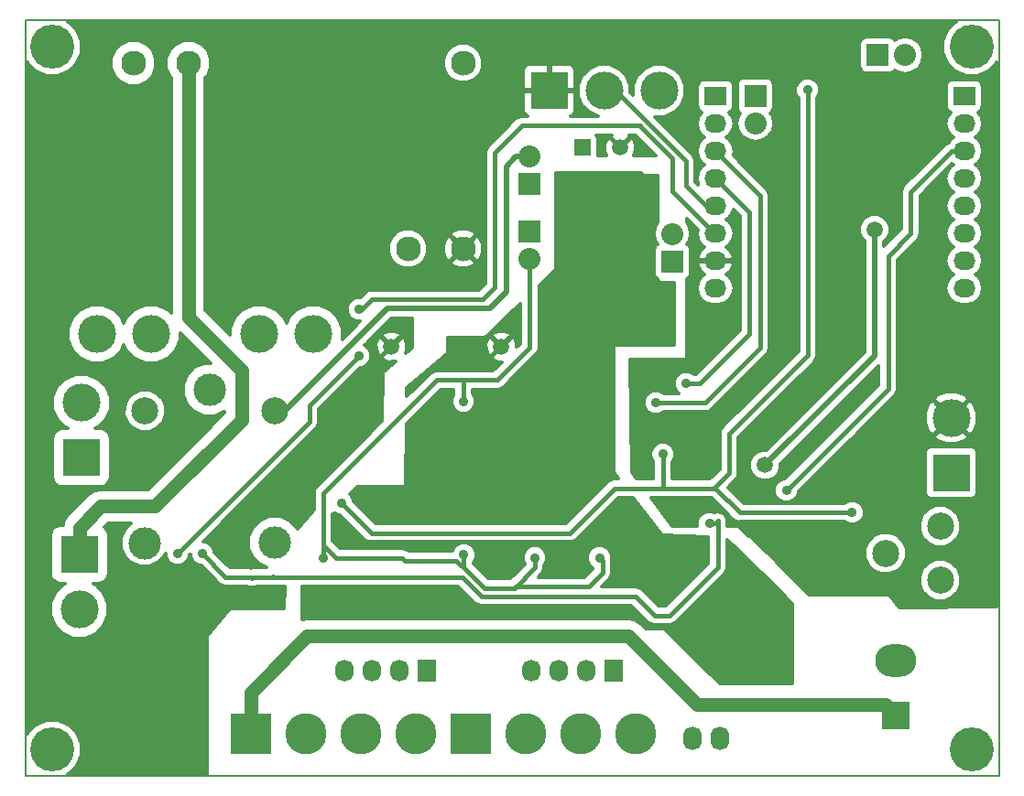
<source format=gbr>
%TF.GenerationSoftware,KiCad,Pcbnew,4.0.2+dfsg1-stable*%
%TF.CreationDate,2019-03-07T19:46:06+01:00*%
%TF.ProjectId,v2,76322E6B696361645F70636200000000,rev?*%
%TF.FileFunction,Copper,L2,Bot,Signal*%
%FSLAX46Y46*%
G04 Gerber Fmt 4.6, Leading zero omitted, Abs format (unit mm)*
G04 Created by KiCad (PCBNEW 4.0.2+dfsg1-stable) date czw, 7 mar 2019, 19:46:06*
%MOMM*%
G01*
G04 APERTURE LIST*
%ADD10C,0.100000*%
%ADD11C,0.150000*%
%ADD12R,3.500000X3.500000*%
%ADD13C,3.500000*%
%ADD14O,2.032000X1.727200*%
%ADD15R,2.032000X1.727200*%
%ADD16C,2.300000*%
%ADD17O,1.700000X2.200000*%
%ADD18O,1.720000X2.200000*%
%ADD19C,1.500000*%
%ADD20R,2.032000X2.032000*%
%ADD21O,2.032000X2.032000*%
%ADD22R,2.540000X2.540000*%
%ADD23O,3.800000X3.000000*%
%ADD24C,3.810000*%
%ADD25R,3.810000X3.810000*%
%ADD26C,2.500000*%
%ADD27C,3.000000*%
%ADD28C,2.499360*%
%ADD29R,1.727200X2.032000*%
%ADD30O,1.727200X2.032000*%
%ADD31C,4.064000*%
%ADD32R,1.500000X1.500000*%
%ADD33C,0.900000*%
%ADD34C,0.406400*%
%ADD35C,0.381000*%
%ADD36C,0.508000*%
%ADD37C,1.270000*%
%ADD38C,1.300000*%
%ADD39C,0.350000*%
G04 APERTURE END LIST*
D10*
D11*
X0Y0D02*
X90000000Y0D01*
X0Y-70000000D02*
X0Y0D01*
X90000000Y-70000000D02*
X0Y-70000000D01*
X90000000Y0D02*
X90000000Y-70000000D01*
D12*
X48450500Y-6540500D03*
D13*
X53530500Y-6540500D03*
X58610500Y-6540500D03*
D14*
X63811000Y-24844500D03*
X63811000Y-22304500D03*
X63811000Y-19764500D03*
X63811000Y-17224500D03*
X63811000Y-14684500D03*
X63811000Y-12144500D03*
X63811000Y-9604500D03*
D15*
X63811000Y-7064500D03*
X86811000Y-7064500D03*
D14*
X86811000Y-9604500D03*
X86811000Y-12144500D03*
X86811000Y-14684500D03*
X86811000Y-17224500D03*
X86811000Y-19764500D03*
X86811000Y-22304500D03*
X86811000Y-24844500D03*
D16*
X40480000Y-4000000D03*
X10000000Y-4000000D03*
X15080000Y-4000000D03*
X40480000Y-21180000D03*
X35400000Y-21180000D03*
D17*
X64250000Y-66500000D03*
D18*
X61710000Y-66500000D03*
D12*
X5200000Y-40540000D03*
D13*
X5200000Y-35460000D03*
D12*
X5000000Y-49460000D03*
D13*
X5000000Y-54540000D03*
X21638260Y-29083000D03*
X26636980Y-29083000D03*
X11635740Y-29083000D03*
X6637020Y-29083000D03*
D19*
X33860740Y-30226000D03*
X44020740Y-30226000D03*
D20*
X67500500Y-7048500D03*
D21*
X67500500Y-9588500D03*
D22*
X80500000Y-64340000D03*
D23*
X80500000Y-59260000D03*
D24*
X46228000Y-66040000D03*
X51308000Y-66040000D03*
D25*
X41148000Y-66040000D03*
D24*
X56388000Y-66040000D03*
D12*
X85598000Y-41910000D03*
D13*
X85598000Y-36830000D03*
D20*
X78820000Y-3270000D03*
D21*
X81360000Y-3270000D03*
D26*
X23068000Y-36176500D03*
D27*
X23068000Y-48376500D03*
X11018000Y-48426500D03*
D26*
X11068000Y-36176500D03*
D27*
X17018000Y-34226500D03*
D28*
X79542640Y-49362360D03*
X84582000Y-51861720D03*
X84582000Y-46863000D03*
D20*
X46620000Y-15220000D03*
D21*
X46620000Y-12680000D03*
D20*
X59817000Y-22352000D03*
D21*
X59817000Y-19812000D03*
D20*
X46620000Y-19570000D03*
D21*
X46620000Y-22110000D03*
D24*
X25908000Y-66040000D03*
X30988000Y-66040000D03*
D25*
X20828000Y-66040000D03*
D24*
X36068000Y-66040000D03*
D29*
X54356000Y-60198000D03*
D30*
X51816000Y-60198000D03*
X49276000Y-60198000D03*
X46736000Y-60198000D03*
D29*
X37084000Y-60198000D03*
D30*
X34544000Y-60198000D03*
X32004000Y-60198000D03*
X29464000Y-60198000D03*
D31*
X87500000Y-67500000D03*
X2500000Y-67500000D03*
X2500000Y-2500000D03*
X87500000Y-2500000D03*
D19*
X55020000Y-11820000D03*
D32*
X51520000Y-11820000D03*
D33*
X59550000Y-44850000D03*
X79920000Y-45495000D03*
X74420000Y-25270000D03*
X72820000Y-33970000D03*
D19*
X78520000Y-19420000D03*
X68389500Y-41211500D03*
D33*
X61300000Y-56350000D03*
X36830000Y-41910000D03*
X59182000Y-53721000D03*
X49050000Y-49800000D03*
X42545000Y-49911000D03*
X29718000Y-47498000D03*
X58950000Y-40200000D03*
X29210000Y-44704000D03*
X76431500Y-45600000D03*
X72326500Y-6477000D03*
X40550000Y-49500000D03*
X40513000Y-35306000D03*
X53086000Y-49784000D03*
X47117000Y-49784000D03*
X27559000Y-49784000D03*
X14092000Y-49400000D03*
X30856000Y-31112000D03*
X30856000Y-26794000D03*
X16378000Y-49400000D03*
X63246000Y-46609000D03*
X70358000Y-43561000D03*
X58288000Y-35430000D03*
X61082000Y-33652000D03*
D34*
X59600000Y-44800000D02*
X63900000Y-44800000D01*
X59550000Y-44850000D02*
X59600000Y-44800000D01*
X66827000Y-47727000D02*
X76813000Y-47727000D01*
D35*
X63900000Y-44800000D02*
X66827000Y-47727000D01*
D34*
X78620000Y-45870000D02*
X78620000Y-45920000D01*
X78995000Y-45495000D02*
X78620000Y-45870000D01*
X79920000Y-45495000D02*
X78995000Y-45495000D01*
X76813000Y-47727000D02*
X78620000Y-45920000D01*
D35*
X74420000Y-25270000D02*
X73970000Y-25720000D01*
X73970000Y-25720000D02*
X73970000Y-32820000D01*
X73970000Y-32820000D02*
X72820000Y-33970000D01*
X85302800Y-36534800D02*
X85598000Y-36830000D01*
D36*
X44462000Y-14850000D02*
X44462000Y-13588000D01*
X45370000Y-12680000D02*
X46620000Y-12680000D01*
X44462000Y-13588000D02*
X45370000Y-12680000D01*
X33470000Y-26720000D02*
X42930000Y-26720000D01*
X44462000Y-25188000D02*
X44462000Y-14850000D01*
X42930000Y-26720000D02*
X44462000Y-25188000D01*
X23068000Y-36176500D02*
X24013500Y-36176500D01*
X24013500Y-36176500D02*
X33470000Y-26720000D01*
D35*
X78520000Y-19420000D02*
X78486000Y-19420000D01*
X78486000Y-19420000D02*
X78520000Y-19420000D01*
X78520000Y-19420000D02*
X78486000Y-19420000D01*
D36*
X78486000Y-31115000D02*
X78486000Y-19420000D01*
X68389500Y-41211500D02*
X78486000Y-31115000D01*
D35*
X45889600Y-12680000D02*
X46620000Y-12680000D01*
D34*
X42550000Y-48260000D02*
X42550000Y-49906000D01*
X42550000Y-49906000D02*
X42545000Y-49911000D01*
X49100000Y-48260000D02*
X49100000Y-49750000D01*
X49100000Y-49750000D02*
X49050000Y-49800000D01*
X47500000Y-48260000D02*
X49100000Y-48260000D01*
X49100000Y-48260000D02*
X54760000Y-48260000D01*
X55750000Y-49250000D02*
X55750000Y-49273000D01*
X54760000Y-48260000D02*
X55750000Y-49250000D01*
D35*
X55750000Y-49273000D02*
X59182000Y-52705000D01*
X59182000Y-52705000D02*
X59182000Y-53721000D01*
X47500000Y-48260000D02*
X42550000Y-48260000D01*
X42550000Y-48260000D02*
X40894000Y-48260000D01*
X40894000Y-48260000D02*
X30480000Y-48260000D01*
X30480000Y-48260000D02*
X29718000Y-47498000D01*
D34*
X65064000Y-38314000D02*
X65064000Y-41936000D01*
X65064000Y-41936000D02*
X63648250Y-43351750D01*
X58950000Y-40200000D02*
X58950000Y-43351750D01*
X58950000Y-43351750D02*
X58950000Y-43350000D01*
X58950000Y-43350000D02*
X58950000Y-43351750D01*
X54501750Y-43351750D02*
X58950000Y-43351750D01*
D35*
X29210000Y-44704000D02*
X32004000Y-47498000D01*
X32004000Y-47498000D02*
X50355500Y-47498000D01*
X50355500Y-47498000D02*
X54501750Y-43351750D01*
D34*
X58950000Y-43351750D02*
X63648250Y-43351750D01*
X63648250Y-43351750D02*
X63801750Y-43351750D01*
D35*
X76431500Y-45600000D02*
X66050000Y-45600000D01*
D34*
X63801750Y-43351750D02*
X66050000Y-45600000D01*
D35*
X72326500Y-31051500D02*
X72326500Y-6477000D01*
X65064000Y-38314000D02*
X72326500Y-31051500D01*
D34*
X40500000Y-33327000D02*
X40500000Y-35293000D01*
X40500000Y-35293000D02*
X40513000Y-35306000D01*
X43627000Y-33327000D02*
X40873000Y-33327000D01*
X40873000Y-33327000D02*
X40500000Y-33327000D01*
X40500000Y-33327000D02*
X38047000Y-33327000D01*
D35*
X27559000Y-48500000D02*
X27559000Y-43815000D01*
D34*
X38047000Y-33327000D02*
X27559000Y-43815000D01*
X40550000Y-49500000D02*
X40550000Y-50610000D01*
X40550000Y-50610000D02*
X40500000Y-50660000D01*
X38750000Y-50038000D02*
X39838000Y-50038000D01*
X40500000Y-50700000D02*
X40500000Y-50660000D01*
X40200000Y-50400000D02*
X40500000Y-50700000D01*
X39838000Y-50038000D02*
X40200000Y-50400000D01*
X27559000Y-48500000D02*
X27559000Y-48609000D01*
D35*
X35052000Y-50038000D02*
X34798000Y-49784000D01*
X34798000Y-49784000D02*
X28734000Y-49784000D01*
D34*
X35052000Y-50038000D02*
X38750000Y-50038000D01*
X27559000Y-48609000D02*
X28734000Y-49784000D01*
X46620000Y-30334000D02*
X46620000Y-22110000D01*
X43627000Y-33327000D02*
X46620000Y-30334000D01*
D35*
X27559000Y-49784000D02*
X27559000Y-48500000D01*
X45339000Y-52451000D02*
X45212000Y-52578000D01*
X52070000Y-52451000D02*
X45339000Y-52451000D01*
X53340000Y-51181000D02*
X52070000Y-52451000D01*
X53340000Y-50038000D02*
X53340000Y-51181000D01*
X53086000Y-49784000D02*
X53340000Y-50038000D01*
X47117000Y-50673000D02*
X47117000Y-49784000D01*
X45212000Y-52578000D02*
X47117000Y-50673000D01*
X42418000Y-52578000D02*
X45212000Y-52578000D01*
X40500000Y-50660000D02*
X42418000Y-52578000D01*
X53530500Y-6540500D02*
X54544500Y-6540500D01*
X54544500Y-6540500D02*
X61082000Y-13078000D01*
X61082000Y-15364000D02*
X62942500Y-17224500D01*
X61082000Y-13078000D02*
X61082000Y-15364000D01*
X62942500Y-17224500D02*
X63811000Y-17224500D01*
X53530500Y-6540500D02*
X54036500Y-6540500D01*
D37*
X15080000Y-4000000D02*
X15080000Y-27530000D01*
X20000000Y-32450000D02*
X20000000Y-37000000D01*
X15080000Y-27530000D02*
X20000000Y-32450000D01*
X5000000Y-49460000D02*
X5000000Y-47000000D01*
X5000000Y-47000000D02*
X7000000Y-45000000D01*
X12000000Y-45000000D02*
X20000000Y-37000000D01*
X7000000Y-45000000D02*
X12000000Y-45000000D01*
D35*
X30856000Y-26794000D02*
X31106000Y-26794000D01*
X56849070Y-9743098D02*
X56849070Y-9861070D01*
X56790084Y-9802084D02*
X56849070Y-9743098D01*
X45897916Y-9802084D02*
X56790084Y-9802084D01*
X43400000Y-12300000D02*
X45897916Y-9802084D01*
X43400000Y-24750000D02*
X43400000Y-12300000D01*
X42300000Y-25850000D02*
X43400000Y-24750000D01*
X32050000Y-25850000D02*
X42300000Y-25850000D01*
X31106000Y-26794000D02*
X32050000Y-25850000D01*
X63704500Y-19764500D02*
X59812000Y-15872000D01*
X59812000Y-15872000D02*
X59812000Y-12824000D01*
X59812000Y-12824000D02*
X56849070Y-9861070D01*
X26284000Y-37208000D02*
X14092000Y-49400000D01*
X26284000Y-35684000D02*
X26284000Y-37208000D01*
X30856000Y-31112000D02*
X26284000Y-35684000D01*
X63811000Y-19764500D02*
X63704500Y-19764500D01*
X20950000Y-51686000D02*
X20950000Y-51562000D01*
X20826000Y-51562000D02*
X20950000Y-51686000D01*
X18540000Y-51562000D02*
X20826000Y-51562000D01*
X16378000Y-49400000D02*
X18540000Y-51562000D01*
X22923500Y-51498500D02*
X22923500Y-51562000D01*
X22860000Y-51562000D02*
X22923500Y-51498500D01*
X20950000Y-51562000D02*
X22860000Y-51562000D01*
X25273000Y-51562000D02*
X22923500Y-51562000D01*
X25273000Y-51562000D02*
X40386000Y-51562000D01*
X40386000Y-51562000D02*
X42164000Y-53340000D01*
X42164000Y-53340000D02*
X56388000Y-53340000D01*
X56388000Y-53340000D02*
X58166000Y-55118000D01*
X58166000Y-55118000D02*
X59563000Y-55118000D01*
X59563000Y-55118000D02*
X64008000Y-50673000D01*
X64008000Y-50673000D02*
X64008000Y-46355000D01*
X64008000Y-46355000D02*
X63754000Y-46609000D01*
X63754000Y-46609000D02*
X63246000Y-46609000D01*
X86811000Y-12144500D02*
X85637500Y-12144500D01*
X85637500Y-12144500D02*
X81870000Y-15912000D01*
X79756000Y-24420000D02*
X79756000Y-21834000D01*
X79756000Y-34163000D02*
X70358000Y-43561000D01*
X79756000Y-24420000D02*
X79756000Y-34163000D01*
X79756000Y-21834000D02*
X81870000Y-19720000D01*
X81870000Y-19720000D02*
X81870000Y-15912000D01*
X70358000Y-43561000D02*
X71247000Y-42672000D01*
X65781000Y-32509000D02*
X67940000Y-30350000D01*
X67940000Y-16273500D02*
X63811000Y-12144500D01*
X67940000Y-30350000D02*
X67940000Y-16273500D01*
X58288000Y-35430000D02*
X62860000Y-35430000D01*
X62860000Y-35430000D02*
X65781000Y-32509000D01*
X63196500Y-12144500D02*
X63811000Y-12144500D01*
X61082000Y-33652000D02*
X62352000Y-33652000D01*
X66924000Y-17797500D02*
X63811000Y-14684500D01*
X66924000Y-29080000D02*
X66924000Y-17797500D01*
X62352000Y-33652000D02*
X66924000Y-29080000D01*
X11505600Y-36679600D02*
X10986000Y-36160000D01*
D38*
X20828000Y-66040000D02*
X20828000Y-62222000D01*
X62098000Y-63370000D02*
X79530000Y-63370000D01*
X55748000Y-57020000D02*
X62098000Y-63370000D01*
X26030000Y-57020000D02*
X55748000Y-57020000D01*
X20828000Y-62222000D02*
X26030000Y-57020000D01*
X79530000Y-63370000D02*
X80500000Y-64340000D01*
D39*
G36*
X85968611Y-203779D02*
X85206455Y-964606D01*
X84793471Y-1959182D01*
X84792531Y-3036093D01*
X85203779Y-4031389D01*
X85964606Y-4793545D01*
X86959182Y-5206529D01*
X88036093Y-5207469D01*
X89031389Y-4796221D01*
X89793545Y-4035394D01*
X89825000Y-3959642D01*
X89825000Y-54326871D01*
X80786848Y-54424056D01*
X79896053Y-53235071D01*
X79844196Y-53188849D01*
X79756000Y-53165000D01*
X72462488Y-53165000D01*
X71540371Y-52242883D01*
X82656986Y-52242883D01*
X82949384Y-52950539D01*
X83490333Y-53492433D01*
X84197478Y-53786065D01*
X84963163Y-53786734D01*
X85670819Y-53494336D01*
X86212713Y-52953387D01*
X86506345Y-52246242D01*
X86507014Y-51480557D01*
X86214616Y-50772901D01*
X85673667Y-50231007D01*
X84966522Y-49937375D01*
X84200837Y-49936706D01*
X83493181Y-50229104D01*
X82951287Y-50770053D01*
X82657655Y-51477198D01*
X82656986Y-52242883D01*
X71540371Y-52242883D01*
X69041011Y-49743523D01*
X77617626Y-49743523D01*
X77910024Y-50451179D01*
X78450973Y-50993073D01*
X79158118Y-51286705D01*
X79923803Y-51287374D01*
X80631459Y-50994976D01*
X81173353Y-50454027D01*
X81466985Y-49746882D01*
X81467654Y-48981197D01*
X81175256Y-48273541D01*
X80634307Y-47731647D01*
X79927162Y-47438015D01*
X79161477Y-47437346D01*
X78453821Y-47729744D01*
X77911927Y-48270693D01*
X77618295Y-48977838D01*
X77617626Y-49743523D01*
X69041011Y-49743523D01*
X66541651Y-47244163D01*
X82656986Y-47244163D01*
X82949384Y-47951819D01*
X83490333Y-48493713D01*
X84197478Y-48787345D01*
X84963163Y-48788014D01*
X85670819Y-48495616D01*
X86212713Y-47954667D01*
X86506345Y-47247522D01*
X86507014Y-46481837D01*
X86214616Y-45774181D01*
X85673667Y-45232287D01*
X84966522Y-44938655D01*
X84200837Y-44937986D01*
X83493181Y-45230384D01*
X82951287Y-45771333D01*
X82657655Y-46478478D01*
X82656986Y-47244163D01*
X66541651Y-47244163D01*
X66163744Y-46866256D01*
X66105851Y-46827862D01*
X66040000Y-46815000D01*
X64873500Y-46815000D01*
X64873500Y-46355000D01*
X64807618Y-46023787D01*
X64620001Y-45742999D01*
X64339213Y-45555382D01*
X64008000Y-45489500D01*
X63676787Y-45555382D01*
X63663528Y-45564241D01*
X63470758Y-45484196D01*
X63023205Y-45483805D01*
X62609571Y-45654715D01*
X62292828Y-45970907D01*
X62121196Y-46384242D01*
X62120820Y-46815000D01*
X59777500Y-46815000D01*
X57838712Y-44229950D01*
X63437988Y-44229950D01*
X65429019Y-46220981D01*
X65713928Y-46411352D01*
X66050000Y-46478200D01*
X66113848Y-46465500D01*
X75705888Y-46465500D01*
X75793407Y-46553172D01*
X76206742Y-46724804D01*
X76654295Y-46725195D01*
X77067929Y-46554285D01*
X77384672Y-46238093D01*
X77556304Y-45824758D01*
X77556695Y-45377205D01*
X77385785Y-44963571D01*
X77069593Y-44646828D01*
X76656258Y-44475196D01*
X76208705Y-44474805D01*
X75795071Y-44645715D01*
X75706131Y-44734500D01*
X66426462Y-44734500D01*
X64966962Y-43275000D01*
X65684981Y-42556981D01*
X65776335Y-42420260D01*
X65875351Y-42272073D01*
X65942200Y-41936000D01*
X65942200Y-41493706D01*
X66964254Y-41493706D01*
X67180740Y-42017643D01*
X67581249Y-42418851D01*
X68104807Y-42636252D01*
X68671706Y-42636746D01*
X69195643Y-42420260D01*
X69596851Y-42019751D01*
X69814252Y-41496193D01*
X69814597Y-41100207D01*
X78890500Y-32024304D01*
X78890500Y-33804498D01*
X70259085Y-42435913D01*
X70135205Y-42435805D01*
X69721571Y-42606715D01*
X69404828Y-42922907D01*
X69233196Y-43336242D01*
X69232805Y-43783795D01*
X69403715Y-44197429D01*
X69719907Y-44514172D01*
X70133242Y-44685804D01*
X70580795Y-44686195D01*
X70994429Y-44515285D01*
X71311172Y-44199093D01*
X71482804Y-43785758D01*
X71482914Y-43660088D01*
X74983002Y-40160000D01*
X83159776Y-40160000D01*
X83159776Y-43660000D01*
X83206843Y-43910140D01*
X83354676Y-44139879D01*
X83580242Y-44294002D01*
X83848000Y-44348224D01*
X87348000Y-44348224D01*
X87598140Y-44301157D01*
X87827879Y-44153324D01*
X87982002Y-43927758D01*
X88036224Y-43660000D01*
X88036224Y-40160000D01*
X87989157Y-39909860D01*
X87841324Y-39680121D01*
X87615758Y-39525998D01*
X87348000Y-39471776D01*
X83848000Y-39471776D01*
X83597860Y-39518843D01*
X83368121Y-39666676D01*
X83213998Y-39892242D01*
X83159776Y-40160000D01*
X74983002Y-40160000D01*
X76624739Y-38518263D01*
X84021460Y-38518263D01*
X84204553Y-38882317D01*
X85096011Y-39259343D01*
X86063891Y-39266523D01*
X86960845Y-38902765D01*
X86991447Y-38882317D01*
X87174540Y-38518263D01*
X85598000Y-36941723D01*
X84021460Y-38518263D01*
X76624739Y-38518263D01*
X77847111Y-37295891D01*
X83161477Y-37295891D01*
X83525235Y-38192845D01*
X83545683Y-38223447D01*
X83909737Y-38406540D01*
X85486277Y-36830000D01*
X85709723Y-36830000D01*
X87286263Y-38406540D01*
X87650317Y-38223447D01*
X88027343Y-37331989D01*
X88034523Y-36364109D01*
X87670765Y-35467155D01*
X87650317Y-35436553D01*
X87286263Y-35253460D01*
X85709723Y-36830000D01*
X85486277Y-36830000D01*
X83909737Y-35253460D01*
X83545683Y-35436553D01*
X83168657Y-36328011D01*
X83161477Y-37295891D01*
X77847111Y-37295891D01*
X80001265Y-35141737D01*
X84021460Y-35141737D01*
X85598000Y-36718277D01*
X87174540Y-35141737D01*
X86991447Y-34777683D01*
X86099989Y-34400657D01*
X85132109Y-34393477D01*
X84235155Y-34757235D01*
X84204553Y-34777683D01*
X84021460Y-35141737D01*
X80001265Y-35141737D01*
X80368001Y-34775001D01*
X80379872Y-34757235D01*
X80555618Y-34494213D01*
X80621500Y-34163000D01*
X80621500Y-22192502D01*
X82482001Y-20332001D01*
X82669618Y-20051213D01*
X82735500Y-19720000D01*
X82735500Y-16270502D01*
X85679007Y-13326995D01*
X85809967Y-13414500D01*
X85537517Y-13596546D01*
X85203990Y-14095703D01*
X85086871Y-14684500D01*
X85203990Y-15273297D01*
X85537517Y-15772454D01*
X85809967Y-15954500D01*
X85537517Y-16136546D01*
X85203990Y-16635703D01*
X85086871Y-17224500D01*
X85203990Y-17813297D01*
X85537517Y-18312454D01*
X85809967Y-18494500D01*
X85537517Y-18676546D01*
X85203990Y-19175703D01*
X85086871Y-19764500D01*
X85203990Y-20353297D01*
X85537517Y-20852454D01*
X85809967Y-21034500D01*
X85537517Y-21216546D01*
X85203990Y-21715703D01*
X85086871Y-22304500D01*
X85203990Y-22893297D01*
X85537517Y-23392454D01*
X85809967Y-23574500D01*
X85537517Y-23756546D01*
X85203990Y-24255703D01*
X85086871Y-24844500D01*
X85203990Y-25433297D01*
X85537517Y-25932454D01*
X86036674Y-26265981D01*
X86625471Y-26383100D01*
X86996529Y-26383100D01*
X87585326Y-26265981D01*
X88084483Y-25932454D01*
X88418010Y-25433297D01*
X88535129Y-24844500D01*
X88418010Y-24255703D01*
X88084483Y-23756546D01*
X87812033Y-23574500D01*
X88084483Y-23392454D01*
X88418010Y-22893297D01*
X88535129Y-22304500D01*
X88418010Y-21715703D01*
X88084483Y-21216546D01*
X87812033Y-21034500D01*
X88084483Y-20852454D01*
X88418010Y-20353297D01*
X88535129Y-19764500D01*
X88418010Y-19175703D01*
X88084483Y-18676546D01*
X87812033Y-18494500D01*
X88084483Y-18312454D01*
X88418010Y-17813297D01*
X88535129Y-17224500D01*
X88418010Y-16635703D01*
X88084483Y-16136546D01*
X87812033Y-15954500D01*
X88084483Y-15772454D01*
X88418010Y-15273297D01*
X88535129Y-14684500D01*
X88418010Y-14095703D01*
X88084483Y-13596546D01*
X87812033Y-13414500D01*
X88084483Y-13232454D01*
X88418010Y-12733297D01*
X88535129Y-12144500D01*
X88418010Y-11555703D01*
X88084483Y-11056546D01*
X87812033Y-10874500D01*
X88084483Y-10692454D01*
X88418010Y-10193297D01*
X88535129Y-9604500D01*
X88418010Y-9015703D01*
X88106905Y-8550103D01*
X88306879Y-8421424D01*
X88461002Y-8195858D01*
X88515224Y-7928100D01*
X88515224Y-6200900D01*
X88468157Y-5950760D01*
X88320324Y-5721021D01*
X88094758Y-5566898D01*
X87827000Y-5512676D01*
X85795000Y-5512676D01*
X85544860Y-5559743D01*
X85315121Y-5707576D01*
X85160998Y-5933142D01*
X85106776Y-6200900D01*
X85106776Y-7928100D01*
X85153843Y-8178240D01*
X85301676Y-8407979D01*
X85513398Y-8552643D01*
X85203990Y-9015703D01*
X85086871Y-9604500D01*
X85203990Y-10193297D01*
X85537517Y-10692454D01*
X85809967Y-10874500D01*
X85537517Y-11056546D01*
X85350769Y-11336033D01*
X85306288Y-11344881D01*
X85025499Y-11532499D01*
X81257999Y-15299999D01*
X81070382Y-15580787D01*
X81004500Y-15912000D01*
X81004500Y-19361498D01*
X79415000Y-20950998D01*
X79415000Y-20540058D01*
X79727351Y-20228251D01*
X79944752Y-19704693D01*
X79945246Y-19137794D01*
X79728760Y-18613857D01*
X79328251Y-18212649D01*
X78804693Y-17995248D01*
X78237794Y-17994754D01*
X77713857Y-18211240D01*
X77312649Y-18611749D01*
X77095248Y-19135307D01*
X77094754Y-19702206D01*
X77311240Y-20226143D01*
X77557000Y-20472332D01*
X77557000Y-30730196D01*
X68500599Y-39786597D01*
X68107294Y-39786254D01*
X67583357Y-40002740D01*
X67182149Y-40403249D01*
X66964748Y-40926807D01*
X66964254Y-41493706D01*
X65942200Y-41493706D01*
X65942200Y-38659802D01*
X72938501Y-31663501D01*
X72951865Y-31643500D01*
X73126118Y-31382713D01*
X73192000Y-31051500D01*
X73192000Y-7202612D01*
X73279672Y-7115093D01*
X73451304Y-6701758D01*
X73451695Y-6254205D01*
X73280785Y-5840571D01*
X72964593Y-5523828D01*
X72551258Y-5352196D01*
X72103705Y-5351805D01*
X71690071Y-5522715D01*
X71373328Y-5838907D01*
X71201696Y-6252242D01*
X71201305Y-6699795D01*
X71372215Y-7113429D01*
X71461000Y-7202369D01*
X71461000Y-30692998D01*
X64497145Y-37656853D01*
X64443019Y-37693019D01*
X64252649Y-37977927D01*
X64185800Y-38314000D01*
X64185800Y-41572238D01*
X63284488Y-42473550D01*
X59828200Y-42473550D01*
X59828200Y-40912935D01*
X59903172Y-40838093D01*
X60074804Y-40424758D01*
X60075195Y-39977205D01*
X59904285Y-39563571D01*
X59588093Y-39246828D01*
X59174758Y-39075196D01*
X58727205Y-39074805D01*
X58313571Y-39245715D01*
X57996828Y-39561907D01*
X57825196Y-39975242D01*
X57824805Y-40422795D01*
X57995715Y-40836429D01*
X58071800Y-40912647D01*
X58071800Y-42473550D01*
X56521412Y-42473550D01*
X56054290Y-41850720D01*
X55927147Y-31425000D01*
X61000000Y-31425000D01*
X61068085Y-31411212D01*
X61125441Y-31372022D01*
X61163032Y-31313605D01*
X61174999Y-31249480D01*
X61155979Y-24844500D01*
X62086871Y-24844500D01*
X62203990Y-25433297D01*
X62537517Y-25932454D01*
X63036674Y-26265981D01*
X63625471Y-26383100D01*
X63996529Y-26383100D01*
X64585326Y-26265981D01*
X65084483Y-25932454D01*
X65418010Y-25433297D01*
X65535129Y-24844500D01*
X65418010Y-24255703D01*
X65084483Y-23756546D01*
X64813901Y-23575748D01*
X65172993Y-23274048D01*
X65451948Y-22737354D01*
X65476606Y-22624153D01*
X65336980Y-22383500D01*
X63890000Y-22383500D01*
X63890000Y-22403500D01*
X63732000Y-22403500D01*
X63732000Y-22383500D01*
X62285020Y-22383500D01*
X62145394Y-22624153D01*
X62170052Y-22737354D01*
X62449007Y-23274048D01*
X62808099Y-23575748D01*
X62537517Y-23756546D01*
X62203990Y-24255703D01*
X62086871Y-24844500D01*
X61155979Y-24844500D01*
X61153364Y-23963969D01*
X61312879Y-23861324D01*
X61467002Y-23635758D01*
X61521224Y-23368000D01*
X61521224Y-21336000D01*
X61474157Y-21085860D01*
X61326324Y-20856121D01*
X61203305Y-20772065D01*
X61412409Y-20459118D01*
X61541129Y-19812000D01*
X61412409Y-19164882D01*
X61137893Y-18754039D01*
X61136904Y-18420906D01*
X62152178Y-19436180D01*
X62086871Y-19764500D01*
X62203990Y-20353297D01*
X62537517Y-20852454D01*
X62808099Y-21033252D01*
X62449007Y-21334952D01*
X62170052Y-21871646D01*
X62145394Y-21984847D01*
X62285020Y-22225500D01*
X63732000Y-22225500D01*
X63732000Y-22205500D01*
X63890000Y-22205500D01*
X63890000Y-22225500D01*
X65336980Y-22225500D01*
X65476606Y-21984847D01*
X65451948Y-21871646D01*
X65172993Y-21334952D01*
X64813901Y-21033252D01*
X65084483Y-20852454D01*
X65418010Y-20353297D01*
X65535129Y-19764500D01*
X65418010Y-19175703D01*
X65084483Y-18676546D01*
X64812033Y-18494500D01*
X65084483Y-18312454D01*
X65418010Y-17813297D01*
X65467416Y-17564918D01*
X66058500Y-18156002D01*
X66058500Y-28721498D01*
X61993498Y-32786500D01*
X61807612Y-32786500D01*
X61720093Y-32698828D01*
X61306758Y-32527196D01*
X60859205Y-32526805D01*
X60445571Y-32697715D01*
X60128828Y-33013907D01*
X59957196Y-33427242D01*
X59956805Y-33874795D01*
X60127715Y-34288429D01*
X60403306Y-34564500D01*
X59013612Y-34564500D01*
X58926093Y-34476828D01*
X58512758Y-34305196D01*
X58065205Y-34304805D01*
X57651571Y-34475715D01*
X57334828Y-34791907D01*
X57163196Y-35205242D01*
X57162805Y-35652795D01*
X57333715Y-36066429D01*
X57649907Y-36383172D01*
X58063242Y-36554804D01*
X58510795Y-36555195D01*
X58924429Y-36384285D01*
X59013369Y-36295500D01*
X62860000Y-36295500D01*
X63191213Y-36229618D01*
X63472001Y-36042001D01*
X68552001Y-30962001D01*
X68673084Y-30780788D01*
X68739618Y-30681213D01*
X68805500Y-30350000D01*
X68805500Y-16273500D01*
X68739618Y-15942287D01*
X68552001Y-15661499D01*
X65452153Y-12561651D01*
X65535129Y-12144500D01*
X65418010Y-11555703D01*
X65084483Y-11056546D01*
X64812033Y-10874500D01*
X65084483Y-10692454D01*
X65418010Y-10193297D01*
X65535129Y-9604500D01*
X65531947Y-9588500D01*
X65776371Y-9588500D01*
X65905091Y-10235618D01*
X66271653Y-10784218D01*
X66820253Y-11150780D01*
X67467371Y-11279500D01*
X67533629Y-11279500D01*
X68180747Y-11150780D01*
X68729347Y-10784218D01*
X69095909Y-10235618D01*
X69224629Y-9588500D01*
X69095909Y-8941382D01*
X68886757Y-8628364D01*
X68996379Y-8557824D01*
X69150502Y-8332258D01*
X69204724Y-8064500D01*
X69204724Y-6032500D01*
X69157657Y-5782360D01*
X69009824Y-5552621D01*
X68784258Y-5398498D01*
X68516500Y-5344276D01*
X66484500Y-5344276D01*
X66234360Y-5391343D01*
X66004621Y-5539176D01*
X65850498Y-5764742D01*
X65796276Y-6032500D01*
X65796276Y-8064500D01*
X65843343Y-8314640D01*
X65991176Y-8544379D01*
X66114195Y-8628435D01*
X65905091Y-8941382D01*
X65776371Y-9588500D01*
X65531947Y-9588500D01*
X65418010Y-9015703D01*
X65106905Y-8550103D01*
X65306879Y-8421424D01*
X65461002Y-8195858D01*
X65515224Y-7928100D01*
X65515224Y-6200900D01*
X65468157Y-5950760D01*
X65320324Y-5721021D01*
X65094758Y-5566898D01*
X64827000Y-5512676D01*
X62795000Y-5512676D01*
X62544860Y-5559743D01*
X62315121Y-5707576D01*
X62160998Y-5933142D01*
X62106776Y-6200900D01*
X62106776Y-7928100D01*
X62153843Y-8178240D01*
X62301676Y-8407979D01*
X62513398Y-8552643D01*
X62203990Y-9015703D01*
X62086871Y-9604500D01*
X62203990Y-10193297D01*
X62537517Y-10692454D01*
X62809967Y-10874500D01*
X62537517Y-11056546D01*
X62203990Y-11555703D01*
X62086871Y-12144500D01*
X62203990Y-12733297D01*
X62537517Y-13232454D01*
X62809967Y-13414500D01*
X62537517Y-13596546D01*
X62203990Y-14095703D01*
X62086871Y-14684500D01*
X62201182Y-15259180D01*
X61947500Y-15005498D01*
X61947500Y-13078000D01*
X61881618Y-12746787D01*
X61694001Y-12465999D01*
X58193140Y-8965138D01*
X59090746Y-8965920D01*
X59982358Y-8597514D01*
X60665117Y-7915946D01*
X61035079Y-7024979D01*
X61035920Y-6060254D01*
X60667514Y-5168642D01*
X59985946Y-4485883D01*
X59094979Y-4115921D01*
X58130254Y-4115080D01*
X57238642Y-4483486D01*
X56555883Y-5165054D01*
X56185921Y-6056021D01*
X56185135Y-6957133D01*
X55955338Y-6727336D01*
X55955920Y-6060254D01*
X55587514Y-5168642D01*
X54905946Y-4485883D01*
X54014979Y-4115921D01*
X53050254Y-4115080D01*
X52158642Y-4483486D01*
X51475883Y-5165054D01*
X51105921Y-6056021D01*
X51105080Y-7020746D01*
X51473486Y-7912358D01*
X52155054Y-8595117D01*
X52977397Y-8936584D01*
X50425480Y-8936584D01*
X50587388Y-8869519D01*
X50779519Y-8677389D01*
X50883500Y-8426357D01*
X50883500Y-6790250D01*
X50712750Y-6619500D01*
X48529500Y-6619500D01*
X48529500Y-6639500D01*
X48371500Y-6639500D01*
X48371500Y-6619500D01*
X46188250Y-6619500D01*
X46017500Y-6790250D01*
X46017500Y-8426357D01*
X46121481Y-8677389D01*
X46313612Y-8869519D01*
X46475520Y-8936584D01*
X45897916Y-8936584D01*
X45566703Y-9002466D01*
X45374194Y-9131097D01*
X45285915Y-9190083D01*
X42787999Y-11687999D01*
X42600382Y-11968787D01*
X42534500Y-12300000D01*
X42534500Y-24391498D01*
X41941498Y-24984500D01*
X32050000Y-24984500D01*
X31718788Y-25050381D01*
X31437999Y-25237999D01*
X31006867Y-25669131D01*
X30633205Y-25668805D01*
X30219571Y-25839715D01*
X29902828Y-26155907D01*
X29731196Y-26569242D01*
X29730805Y-27016795D01*
X29901715Y-27430429D01*
X30217907Y-27747172D01*
X30631242Y-27918804D01*
X30957107Y-27919089D01*
X29323571Y-29552625D01*
X29324445Y-28550868D01*
X28916236Y-27562925D01*
X28161030Y-26806401D01*
X27173802Y-26396468D01*
X26104848Y-26395535D01*
X25116905Y-26803744D01*
X24360381Y-27558950D01*
X24137578Y-28095518D01*
X23917516Y-27562925D01*
X23162310Y-26806401D01*
X22175082Y-26396468D01*
X21106128Y-26395535D01*
X20118185Y-26803744D01*
X19361661Y-27558950D01*
X18951728Y-28546178D01*
X18951177Y-29178033D01*
X16652000Y-26878856D01*
X16652000Y-21541422D01*
X33574684Y-21541422D01*
X33851938Y-22212429D01*
X34364871Y-22726258D01*
X35035392Y-23004683D01*
X35761422Y-23005316D01*
X36432429Y-22728062D01*
X36725660Y-22435342D01*
X39336381Y-22435342D01*
X39446375Y-22737065D01*
X40120918Y-23014091D01*
X40850128Y-23011894D01*
X41513625Y-22737065D01*
X41623619Y-22435342D01*
X40480000Y-21291723D01*
X39336381Y-22435342D01*
X36725660Y-22435342D01*
X36946258Y-22215129D01*
X37224683Y-21544608D01*
X37225313Y-20820918D01*
X38645909Y-20820918D01*
X38648106Y-21550128D01*
X38922935Y-22213625D01*
X39224658Y-22323619D01*
X40368277Y-21180000D01*
X40591723Y-21180000D01*
X41735342Y-22323619D01*
X42037065Y-22213625D01*
X42314091Y-21539082D01*
X42311894Y-20809872D01*
X42037065Y-20146375D01*
X41735342Y-20036381D01*
X40591723Y-21180000D01*
X40368277Y-21180000D01*
X39224658Y-20036381D01*
X38922935Y-20146375D01*
X38645909Y-20820918D01*
X37225313Y-20820918D01*
X37225316Y-20818578D01*
X36948062Y-20147571D01*
X36725538Y-19924658D01*
X39336381Y-19924658D01*
X40480000Y-21068277D01*
X41623619Y-19924658D01*
X41513625Y-19622935D01*
X40839082Y-19345909D01*
X40109872Y-19348106D01*
X39446375Y-19622935D01*
X39336381Y-19924658D01*
X36725538Y-19924658D01*
X36435129Y-19633742D01*
X35764608Y-19355317D01*
X35038578Y-19354684D01*
X34367571Y-19631938D01*
X33853742Y-20144871D01*
X33575317Y-20815392D01*
X33574684Y-21541422D01*
X16652000Y-21541422D01*
X16652000Y-5379633D01*
X16848241Y-5183734D01*
X17166637Y-4416951D01*
X17166685Y-4361422D01*
X38654684Y-4361422D01*
X38931938Y-5032429D01*
X39444871Y-5546258D01*
X40115392Y-5824683D01*
X40841422Y-5825316D01*
X41512429Y-5548062D01*
X42026258Y-5035129D01*
X42184249Y-4654643D01*
X46017500Y-4654643D01*
X46017500Y-6290750D01*
X46188250Y-6461500D01*
X48371500Y-6461500D01*
X48371500Y-4278250D01*
X48529500Y-4278250D01*
X48529500Y-6461500D01*
X50712750Y-6461500D01*
X50883500Y-6290750D01*
X50883500Y-4654643D01*
X50779519Y-4403611D01*
X50587388Y-4211481D01*
X50336357Y-4107500D01*
X48700250Y-4107500D01*
X48529500Y-4278250D01*
X48371500Y-4278250D01*
X48200750Y-4107500D01*
X46564643Y-4107500D01*
X46313612Y-4211481D01*
X46121481Y-4403611D01*
X46017500Y-4654643D01*
X42184249Y-4654643D01*
X42304683Y-4364608D01*
X42305316Y-3638578D01*
X42028062Y-2967571D01*
X41515129Y-2453742D01*
X41034098Y-2254000D01*
X77115776Y-2254000D01*
X77115776Y-4286000D01*
X77162843Y-4536140D01*
X77310676Y-4765879D01*
X77536242Y-4920002D01*
X77804000Y-4974224D01*
X79836000Y-4974224D01*
X80086140Y-4927157D01*
X80315879Y-4779324D01*
X80399935Y-4656305D01*
X80712882Y-4865409D01*
X81360000Y-4994129D01*
X82007118Y-4865409D01*
X82555718Y-4498847D01*
X82922280Y-3950247D01*
X83051000Y-3303129D01*
X83051000Y-3236871D01*
X82922280Y-2589753D01*
X82555718Y-2041153D01*
X82007118Y-1674591D01*
X81360000Y-1545871D01*
X80712882Y-1674591D01*
X80399864Y-1883743D01*
X80329324Y-1774121D01*
X80103758Y-1619998D01*
X79836000Y-1565776D01*
X77804000Y-1565776D01*
X77553860Y-1612843D01*
X77324121Y-1760676D01*
X77169998Y-1986242D01*
X77115776Y-2254000D01*
X41034098Y-2254000D01*
X40844608Y-2175317D01*
X40118578Y-2174684D01*
X39447571Y-2451938D01*
X38933742Y-2964871D01*
X38655317Y-3635392D01*
X38654684Y-4361422D01*
X17166685Y-4361422D01*
X17167362Y-3586691D01*
X16850304Y-2819354D01*
X16263734Y-2231759D01*
X15496951Y-1913363D01*
X14666691Y-1912638D01*
X13899354Y-2229696D01*
X13311759Y-2816266D01*
X12993363Y-3583049D01*
X12992638Y-4413309D01*
X13309696Y-5180646D01*
X13508000Y-5379297D01*
X13508000Y-27155219D01*
X13159790Y-26806401D01*
X12172562Y-26396468D01*
X11103608Y-26395535D01*
X10115665Y-26803744D01*
X9359141Y-27558950D01*
X9136338Y-28095518D01*
X8916276Y-27562925D01*
X8161070Y-26806401D01*
X7173842Y-26396468D01*
X6104888Y-26395535D01*
X5116945Y-26803744D01*
X4360421Y-27558950D01*
X3950488Y-28546178D01*
X3949555Y-29615132D01*
X4357764Y-30603075D01*
X5112970Y-31359599D01*
X6100198Y-31769532D01*
X7169152Y-31770465D01*
X8157095Y-31362256D01*
X8913619Y-30607050D01*
X9136422Y-30070482D01*
X9356484Y-30603075D01*
X10111690Y-31359599D01*
X11098918Y-31769532D01*
X12167872Y-31770465D01*
X13155815Y-31362256D01*
X13912339Y-30607050D01*
X14322272Y-29619822D01*
X14322817Y-28995961D01*
X17116441Y-31789585D01*
X16535377Y-31789078D01*
X15639354Y-32159307D01*
X14953216Y-32844248D01*
X14581424Y-33739624D01*
X14580578Y-34709123D01*
X14950807Y-35605146D01*
X15635748Y-36291284D01*
X16531124Y-36663076D01*
X17500623Y-36663922D01*
X18396646Y-36293693D01*
X18428000Y-36262394D01*
X18428000Y-36348856D01*
X11348856Y-43428000D01*
X7000000Y-43428000D01*
X6398421Y-43547661D01*
X5888428Y-43888428D01*
X3888428Y-45888428D01*
X3547661Y-46398421D01*
X3476804Y-46754644D01*
X3250000Y-46754644D01*
X2902769Y-46819980D01*
X2583858Y-47025193D01*
X2369913Y-47338313D01*
X2294644Y-47710000D01*
X2294644Y-51210000D01*
X2359980Y-51557231D01*
X2565193Y-51876142D01*
X2878313Y-52090087D01*
X3250000Y-52165356D01*
X3710782Y-52165356D01*
X3479925Y-52260744D01*
X2723401Y-53015950D01*
X2313468Y-54003178D01*
X2312535Y-55072132D01*
X2720744Y-56060075D01*
X3475950Y-56816599D01*
X4463178Y-57226532D01*
X5532132Y-57227465D01*
X6520075Y-56819256D01*
X7276599Y-56064050D01*
X7686532Y-55076822D01*
X7687465Y-54007868D01*
X7279256Y-53019925D01*
X6524050Y-52263401D01*
X6287931Y-52165356D01*
X6750000Y-52165356D01*
X7097231Y-52100020D01*
X7416142Y-51894807D01*
X7630087Y-51581687D01*
X7705356Y-51210000D01*
X7705356Y-47710000D01*
X7640020Y-47362769D01*
X7434807Y-47043858D01*
X7283006Y-46940138D01*
X7651144Y-46572000D01*
X9810681Y-46572000D01*
X9787571Y-46581549D01*
X9175200Y-47192853D01*
X8843378Y-47991968D01*
X8842623Y-48857236D01*
X9173049Y-49656929D01*
X9784353Y-50269300D01*
X10583468Y-50601122D01*
X11448736Y-50601877D01*
X12248429Y-50271451D01*
X12860800Y-49660147D01*
X12966996Y-49404399D01*
X12966805Y-49622795D01*
X13137715Y-50036429D01*
X13453907Y-50353172D01*
X13867242Y-50524804D01*
X14314795Y-50525195D01*
X14728429Y-50354285D01*
X15045172Y-50038093D01*
X15216804Y-49624758D01*
X15216914Y-49499088D01*
X15252945Y-49463057D01*
X15252805Y-49622795D01*
X15423715Y-50036429D01*
X15739907Y-50353172D01*
X16153242Y-50524804D01*
X16278912Y-50524914D01*
X17927999Y-52174001D01*
X18208787Y-52361618D01*
X18540000Y-52427500D01*
X20531807Y-52427500D01*
X20618787Y-52485618D01*
X20950000Y-52551500D01*
X21281213Y-52485618D01*
X21368193Y-52427500D01*
X22860000Y-52427500D01*
X22891750Y-52421185D01*
X22923500Y-52427500D01*
X23962143Y-52427500D01*
X23955572Y-54435000D01*
X19050000Y-54435000D01*
X18981915Y-54448788D01*
X18917169Y-54496066D01*
X16867169Y-56886066D01*
X16833308Y-56946721D01*
X16825000Y-57000000D01*
X16825000Y-69825000D01*
X3961739Y-69825000D01*
X4031389Y-69796221D01*
X4793545Y-69035394D01*
X5206529Y-68040818D01*
X5207469Y-66963907D01*
X4796221Y-65968611D01*
X4035394Y-65206455D01*
X3040818Y-64793471D01*
X1963907Y-64792531D01*
X968611Y-65203779D01*
X206455Y-65964606D01*
X175000Y-66040358D01*
X175000Y-38790000D01*
X2494644Y-38790000D01*
X2494644Y-42290000D01*
X2559980Y-42637231D01*
X2765193Y-42956142D01*
X3078313Y-43170087D01*
X3450000Y-43245356D01*
X6950000Y-43245356D01*
X7297231Y-43180020D01*
X7616142Y-42974807D01*
X7830087Y-42661687D01*
X7905356Y-42290000D01*
X7905356Y-38790000D01*
X7840020Y-38442769D01*
X7634807Y-38123858D01*
X7321687Y-37909913D01*
X6950000Y-37834644D01*
X6489218Y-37834644D01*
X6720075Y-37739256D01*
X7476599Y-36984050D01*
X7653624Y-36557726D01*
X9142667Y-36557726D01*
X9435113Y-37265500D01*
X9976151Y-37807484D01*
X10683414Y-38101165D01*
X11449226Y-38101833D01*
X12157000Y-37809387D01*
X12698984Y-37268349D01*
X12992665Y-36561086D01*
X12993333Y-35795274D01*
X12700887Y-35087500D01*
X12159849Y-34545516D01*
X11452586Y-34251835D01*
X10686774Y-34251167D01*
X9979000Y-34543613D01*
X9437016Y-35084651D01*
X9143335Y-35791914D01*
X9142667Y-36557726D01*
X7653624Y-36557726D01*
X7886532Y-35996822D01*
X7887465Y-34927868D01*
X7479256Y-33939925D01*
X6724050Y-33183401D01*
X5736822Y-32773468D01*
X4667868Y-32772535D01*
X3679925Y-33180744D01*
X2923401Y-33935950D01*
X2513468Y-34923178D01*
X2512535Y-35992132D01*
X2920744Y-36980075D01*
X3675950Y-37736599D01*
X3912069Y-37834644D01*
X3450000Y-37834644D01*
X3102769Y-37899980D01*
X2783858Y-38105193D01*
X2569913Y-38418313D01*
X2494644Y-38790000D01*
X175000Y-38790000D01*
X175000Y-3961739D01*
X203779Y-4031389D01*
X964606Y-4793545D01*
X1959182Y-5206529D01*
X3036093Y-5207469D01*
X4031389Y-4796221D01*
X4414969Y-4413309D01*
X7912638Y-4413309D01*
X8229696Y-5180646D01*
X8816266Y-5768241D01*
X9583049Y-6086637D01*
X10413309Y-6087362D01*
X11180646Y-5770304D01*
X11768241Y-5183734D01*
X12086637Y-4416951D01*
X12087362Y-3586691D01*
X11770304Y-2819354D01*
X11183734Y-2231759D01*
X10416951Y-1913363D01*
X9586691Y-1912638D01*
X8819354Y-2229696D01*
X8231759Y-2816266D01*
X7913363Y-3583049D01*
X7912638Y-4413309D01*
X4414969Y-4413309D01*
X4793545Y-4035394D01*
X5206529Y-3040818D01*
X5207469Y-1963907D01*
X4796221Y-968611D01*
X4035394Y-206455D01*
X3959642Y-175000D01*
X86038261Y-175000D01*
X85968611Y-203779D01*
X85968611Y-203779D01*
G37*
X85968611Y-203779D02*
X85206455Y-964606D01*
X84793471Y-1959182D01*
X84792531Y-3036093D01*
X85203779Y-4031389D01*
X85964606Y-4793545D01*
X86959182Y-5206529D01*
X88036093Y-5207469D01*
X89031389Y-4796221D01*
X89793545Y-4035394D01*
X89825000Y-3959642D01*
X89825000Y-54326871D01*
X80786848Y-54424056D01*
X79896053Y-53235071D01*
X79844196Y-53188849D01*
X79756000Y-53165000D01*
X72462488Y-53165000D01*
X71540371Y-52242883D01*
X82656986Y-52242883D01*
X82949384Y-52950539D01*
X83490333Y-53492433D01*
X84197478Y-53786065D01*
X84963163Y-53786734D01*
X85670819Y-53494336D01*
X86212713Y-52953387D01*
X86506345Y-52246242D01*
X86507014Y-51480557D01*
X86214616Y-50772901D01*
X85673667Y-50231007D01*
X84966522Y-49937375D01*
X84200837Y-49936706D01*
X83493181Y-50229104D01*
X82951287Y-50770053D01*
X82657655Y-51477198D01*
X82656986Y-52242883D01*
X71540371Y-52242883D01*
X69041011Y-49743523D01*
X77617626Y-49743523D01*
X77910024Y-50451179D01*
X78450973Y-50993073D01*
X79158118Y-51286705D01*
X79923803Y-51287374D01*
X80631459Y-50994976D01*
X81173353Y-50454027D01*
X81466985Y-49746882D01*
X81467654Y-48981197D01*
X81175256Y-48273541D01*
X80634307Y-47731647D01*
X79927162Y-47438015D01*
X79161477Y-47437346D01*
X78453821Y-47729744D01*
X77911927Y-48270693D01*
X77618295Y-48977838D01*
X77617626Y-49743523D01*
X69041011Y-49743523D01*
X66541651Y-47244163D01*
X82656986Y-47244163D01*
X82949384Y-47951819D01*
X83490333Y-48493713D01*
X84197478Y-48787345D01*
X84963163Y-48788014D01*
X85670819Y-48495616D01*
X86212713Y-47954667D01*
X86506345Y-47247522D01*
X86507014Y-46481837D01*
X86214616Y-45774181D01*
X85673667Y-45232287D01*
X84966522Y-44938655D01*
X84200837Y-44937986D01*
X83493181Y-45230384D01*
X82951287Y-45771333D01*
X82657655Y-46478478D01*
X82656986Y-47244163D01*
X66541651Y-47244163D01*
X66163744Y-46866256D01*
X66105851Y-46827862D01*
X66040000Y-46815000D01*
X64873500Y-46815000D01*
X64873500Y-46355000D01*
X64807618Y-46023787D01*
X64620001Y-45742999D01*
X64339213Y-45555382D01*
X64008000Y-45489500D01*
X63676787Y-45555382D01*
X63663528Y-45564241D01*
X63470758Y-45484196D01*
X63023205Y-45483805D01*
X62609571Y-45654715D01*
X62292828Y-45970907D01*
X62121196Y-46384242D01*
X62120820Y-46815000D01*
X59777500Y-46815000D01*
X57838712Y-44229950D01*
X63437988Y-44229950D01*
X65429019Y-46220981D01*
X65713928Y-46411352D01*
X66050000Y-46478200D01*
X66113848Y-46465500D01*
X75705888Y-46465500D01*
X75793407Y-46553172D01*
X76206742Y-46724804D01*
X76654295Y-46725195D01*
X77067929Y-46554285D01*
X77384672Y-46238093D01*
X77556304Y-45824758D01*
X77556695Y-45377205D01*
X77385785Y-44963571D01*
X77069593Y-44646828D01*
X76656258Y-44475196D01*
X76208705Y-44474805D01*
X75795071Y-44645715D01*
X75706131Y-44734500D01*
X66426462Y-44734500D01*
X64966962Y-43275000D01*
X65684981Y-42556981D01*
X65776335Y-42420260D01*
X65875351Y-42272073D01*
X65942200Y-41936000D01*
X65942200Y-41493706D01*
X66964254Y-41493706D01*
X67180740Y-42017643D01*
X67581249Y-42418851D01*
X68104807Y-42636252D01*
X68671706Y-42636746D01*
X69195643Y-42420260D01*
X69596851Y-42019751D01*
X69814252Y-41496193D01*
X69814597Y-41100207D01*
X78890500Y-32024304D01*
X78890500Y-33804498D01*
X70259085Y-42435913D01*
X70135205Y-42435805D01*
X69721571Y-42606715D01*
X69404828Y-42922907D01*
X69233196Y-43336242D01*
X69232805Y-43783795D01*
X69403715Y-44197429D01*
X69719907Y-44514172D01*
X70133242Y-44685804D01*
X70580795Y-44686195D01*
X70994429Y-44515285D01*
X71311172Y-44199093D01*
X71482804Y-43785758D01*
X71482914Y-43660088D01*
X74983002Y-40160000D01*
X83159776Y-40160000D01*
X83159776Y-43660000D01*
X83206843Y-43910140D01*
X83354676Y-44139879D01*
X83580242Y-44294002D01*
X83848000Y-44348224D01*
X87348000Y-44348224D01*
X87598140Y-44301157D01*
X87827879Y-44153324D01*
X87982002Y-43927758D01*
X88036224Y-43660000D01*
X88036224Y-40160000D01*
X87989157Y-39909860D01*
X87841324Y-39680121D01*
X87615758Y-39525998D01*
X87348000Y-39471776D01*
X83848000Y-39471776D01*
X83597860Y-39518843D01*
X83368121Y-39666676D01*
X83213998Y-39892242D01*
X83159776Y-40160000D01*
X74983002Y-40160000D01*
X76624739Y-38518263D01*
X84021460Y-38518263D01*
X84204553Y-38882317D01*
X85096011Y-39259343D01*
X86063891Y-39266523D01*
X86960845Y-38902765D01*
X86991447Y-38882317D01*
X87174540Y-38518263D01*
X85598000Y-36941723D01*
X84021460Y-38518263D01*
X76624739Y-38518263D01*
X77847111Y-37295891D01*
X83161477Y-37295891D01*
X83525235Y-38192845D01*
X83545683Y-38223447D01*
X83909737Y-38406540D01*
X85486277Y-36830000D01*
X85709723Y-36830000D01*
X87286263Y-38406540D01*
X87650317Y-38223447D01*
X88027343Y-37331989D01*
X88034523Y-36364109D01*
X87670765Y-35467155D01*
X87650317Y-35436553D01*
X87286263Y-35253460D01*
X85709723Y-36830000D01*
X85486277Y-36830000D01*
X83909737Y-35253460D01*
X83545683Y-35436553D01*
X83168657Y-36328011D01*
X83161477Y-37295891D01*
X77847111Y-37295891D01*
X80001265Y-35141737D01*
X84021460Y-35141737D01*
X85598000Y-36718277D01*
X87174540Y-35141737D01*
X86991447Y-34777683D01*
X86099989Y-34400657D01*
X85132109Y-34393477D01*
X84235155Y-34757235D01*
X84204553Y-34777683D01*
X84021460Y-35141737D01*
X80001265Y-35141737D01*
X80368001Y-34775001D01*
X80379872Y-34757235D01*
X80555618Y-34494213D01*
X80621500Y-34163000D01*
X80621500Y-22192502D01*
X82482001Y-20332001D01*
X82669618Y-20051213D01*
X82735500Y-19720000D01*
X82735500Y-16270502D01*
X85679007Y-13326995D01*
X85809967Y-13414500D01*
X85537517Y-13596546D01*
X85203990Y-14095703D01*
X85086871Y-14684500D01*
X85203990Y-15273297D01*
X85537517Y-15772454D01*
X85809967Y-15954500D01*
X85537517Y-16136546D01*
X85203990Y-16635703D01*
X85086871Y-17224500D01*
X85203990Y-17813297D01*
X85537517Y-18312454D01*
X85809967Y-18494500D01*
X85537517Y-18676546D01*
X85203990Y-19175703D01*
X85086871Y-19764500D01*
X85203990Y-20353297D01*
X85537517Y-20852454D01*
X85809967Y-21034500D01*
X85537517Y-21216546D01*
X85203990Y-21715703D01*
X85086871Y-22304500D01*
X85203990Y-22893297D01*
X85537517Y-23392454D01*
X85809967Y-23574500D01*
X85537517Y-23756546D01*
X85203990Y-24255703D01*
X85086871Y-24844500D01*
X85203990Y-25433297D01*
X85537517Y-25932454D01*
X86036674Y-26265981D01*
X86625471Y-26383100D01*
X86996529Y-26383100D01*
X87585326Y-26265981D01*
X88084483Y-25932454D01*
X88418010Y-25433297D01*
X88535129Y-24844500D01*
X88418010Y-24255703D01*
X88084483Y-23756546D01*
X87812033Y-23574500D01*
X88084483Y-23392454D01*
X88418010Y-22893297D01*
X88535129Y-22304500D01*
X88418010Y-21715703D01*
X88084483Y-21216546D01*
X87812033Y-21034500D01*
X88084483Y-20852454D01*
X88418010Y-20353297D01*
X88535129Y-19764500D01*
X88418010Y-19175703D01*
X88084483Y-18676546D01*
X87812033Y-18494500D01*
X88084483Y-18312454D01*
X88418010Y-17813297D01*
X88535129Y-17224500D01*
X88418010Y-16635703D01*
X88084483Y-16136546D01*
X87812033Y-15954500D01*
X88084483Y-15772454D01*
X88418010Y-15273297D01*
X88535129Y-14684500D01*
X88418010Y-14095703D01*
X88084483Y-13596546D01*
X87812033Y-13414500D01*
X88084483Y-13232454D01*
X88418010Y-12733297D01*
X88535129Y-12144500D01*
X88418010Y-11555703D01*
X88084483Y-11056546D01*
X87812033Y-10874500D01*
X88084483Y-10692454D01*
X88418010Y-10193297D01*
X88535129Y-9604500D01*
X88418010Y-9015703D01*
X88106905Y-8550103D01*
X88306879Y-8421424D01*
X88461002Y-8195858D01*
X88515224Y-7928100D01*
X88515224Y-6200900D01*
X88468157Y-5950760D01*
X88320324Y-5721021D01*
X88094758Y-5566898D01*
X87827000Y-5512676D01*
X85795000Y-5512676D01*
X85544860Y-5559743D01*
X85315121Y-5707576D01*
X85160998Y-5933142D01*
X85106776Y-6200900D01*
X85106776Y-7928100D01*
X85153843Y-8178240D01*
X85301676Y-8407979D01*
X85513398Y-8552643D01*
X85203990Y-9015703D01*
X85086871Y-9604500D01*
X85203990Y-10193297D01*
X85537517Y-10692454D01*
X85809967Y-10874500D01*
X85537517Y-11056546D01*
X85350769Y-11336033D01*
X85306288Y-11344881D01*
X85025499Y-11532499D01*
X81257999Y-15299999D01*
X81070382Y-15580787D01*
X81004500Y-15912000D01*
X81004500Y-19361498D01*
X79415000Y-20950998D01*
X79415000Y-20540058D01*
X79727351Y-20228251D01*
X79944752Y-19704693D01*
X79945246Y-19137794D01*
X79728760Y-18613857D01*
X79328251Y-18212649D01*
X78804693Y-17995248D01*
X78237794Y-17994754D01*
X77713857Y-18211240D01*
X77312649Y-18611749D01*
X77095248Y-19135307D01*
X77094754Y-19702206D01*
X77311240Y-20226143D01*
X77557000Y-20472332D01*
X77557000Y-30730196D01*
X68500599Y-39786597D01*
X68107294Y-39786254D01*
X67583357Y-40002740D01*
X67182149Y-40403249D01*
X66964748Y-40926807D01*
X66964254Y-41493706D01*
X65942200Y-41493706D01*
X65942200Y-38659802D01*
X72938501Y-31663501D01*
X72951865Y-31643500D01*
X73126118Y-31382713D01*
X73192000Y-31051500D01*
X73192000Y-7202612D01*
X73279672Y-7115093D01*
X73451304Y-6701758D01*
X73451695Y-6254205D01*
X73280785Y-5840571D01*
X72964593Y-5523828D01*
X72551258Y-5352196D01*
X72103705Y-5351805D01*
X71690071Y-5522715D01*
X71373328Y-5838907D01*
X71201696Y-6252242D01*
X71201305Y-6699795D01*
X71372215Y-7113429D01*
X71461000Y-7202369D01*
X71461000Y-30692998D01*
X64497145Y-37656853D01*
X64443019Y-37693019D01*
X64252649Y-37977927D01*
X64185800Y-38314000D01*
X64185800Y-41572238D01*
X63284488Y-42473550D01*
X59828200Y-42473550D01*
X59828200Y-40912935D01*
X59903172Y-40838093D01*
X60074804Y-40424758D01*
X60075195Y-39977205D01*
X59904285Y-39563571D01*
X59588093Y-39246828D01*
X59174758Y-39075196D01*
X58727205Y-39074805D01*
X58313571Y-39245715D01*
X57996828Y-39561907D01*
X57825196Y-39975242D01*
X57824805Y-40422795D01*
X57995715Y-40836429D01*
X58071800Y-40912647D01*
X58071800Y-42473550D01*
X56521412Y-42473550D01*
X56054290Y-41850720D01*
X55927147Y-31425000D01*
X61000000Y-31425000D01*
X61068085Y-31411212D01*
X61125441Y-31372022D01*
X61163032Y-31313605D01*
X61174999Y-31249480D01*
X61155979Y-24844500D01*
X62086871Y-24844500D01*
X62203990Y-25433297D01*
X62537517Y-25932454D01*
X63036674Y-26265981D01*
X63625471Y-26383100D01*
X63996529Y-26383100D01*
X64585326Y-26265981D01*
X65084483Y-25932454D01*
X65418010Y-25433297D01*
X65535129Y-24844500D01*
X65418010Y-24255703D01*
X65084483Y-23756546D01*
X64813901Y-23575748D01*
X65172993Y-23274048D01*
X65451948Y-22737354D01*
X65476606Y-22624153D01*
X65336980Y-22383500D01*
X63890000Y-22383500D01*
X63890000Y-22403500D01*
X63732000Y-22403500D01*
X63732000Y-22383500D01*
X62285020Y-22383500D01*
X62145394Y-22624153D01*
X62170052Y-22737354D01*
X62449007Y-23274048D01*
X62808099Y-23575748D01*
X62537517Y-23756546D01*
X62203990Y-24255703D01*
X62086871Y-24844500D01*
X61155979Y-24844500D01*
X61153364Y-23963969D01*
X61312879Y-23861324D01*
X61467002Y-23635758D01*
X61521224Y-23368000D01*
X61521224Y-21336000D01*
X61474157Y-21085860D01*
X61326324Y-20856121D01*
X61203305Y-20772065D01*
X61412409Y-20459118D01*
X61541129Y-19812000D01*
X61412409Y-19164882D01*
X61137893Y-18754039D01*
X61136904Y-18420906D01*
X62152178Y-19436180D01*
X62086871Y-19764500D01*
X62203990Y-20353297D01*
X62537517Y-20852454D01*
X62808099Y-21033252D01*
X62449007Y-21334952D01*
X62170052Y-21871646D01*
X62145394Y-21984847D01*
X62285020Y-22225500D01*
X63732000Y-22225500D01*
X63732000Y-22205500D01*
X63890000Y-22205500D01*
X63890000Y-22225500D01*
X65336980Y-22225500D01*
X65476606Y-21984847D01*
X65451948Y-21871646D01*
X65172993Y-21334952D01*
X64813901Y-21033252D01*
X65084483Y-20852454D01*
X65418010Y-20353297D01*
X65535129Y-19764500D01*
X65418010Y-19175703D01*
X65084483Y-18676546D01*
X64812033Y-18494500D01*
X65084483Y-18312454D01*
X65418010Y-17813297D01*
X65467416Y-17564918D01*
X66058500Y-18156002D01*
X66058500Y-28721498D01*
X61993498Y-32786500D01*
X61807612Y-32786500D01*
X61720093Y-32698828D01*
X61306758Y-32527196D01*
X60859205Y-32526805D01*
X60445571Y-32697715D01*
X60128828Y-33013907D01*
X59957196Y-33427242D01*
X59956805Y-33874795D01*
X60127715Y-34288429D01*
X60403306Y-34564500D01*
X59013612Y-34564500D01*
X58926093Y-34476828D01*
X58512758Y-34305196D01*
X58065205Y-34304805D01*
X57651571Y-34475715D01*
X57334828Y-34791907D01*
X57163196Y-35205242D01*
X57162805Y-35652795D01*
X57333715Y-36066429D01*
X57649907Y-36383172D01*
X58063242Y-36554804D01*
X58510795Y-36555195D01*
X58924429Y-36384285D01*
X59013369Y-36295500D01*
X62860000Y-36295500D01*
X63191213Y-36229618D01*
X63472001Y-36042001D01*
X68552001Y-30962001D01*
X68673084Y-30780788D01*
X68739618Y-30681213D01*
X68805500Y-30350000D01*
X68805500Y-16273500D01*
X68739618Y-15942287D01*
X68552001Y-15661499D01*
X65452153Y-12561651D01*
X65535129Y-12144500D01*
X65418010Y-11555703D01*
X65084483Y-11056546D01*
X64812033Y-10874500D01*
X65084483Y-10692454D01*
X65418010Y-10193297D01*
X65535129Y-9604500D01*
X65531947Y-9588500D01*
X65776371Y-9588500D01*
X65905091Y-10235618D01*
X66271653Y-10784218D01*
X66820253Y-11150780D01*
X67467371Y-11279500D01*
X67533629Y-11279500D01*
X68180747Y-11150780D01*
X68729347Y-10784218D01*
X69095909Y-10235618D01*
X69224629Y-9588500D01*
X69095909Y-8941382D01*
X68886757Y-8628364D01*
X68996379Y-8557824D01*
X69150502Y-8332258D01*
X69204724Y-8064500D01*
X69204724Y-6032500D01*
X69157657Y-5782360D01*
X69009824Y-5552621D01*
X68784258Y-5398498D01*
X68516500Y-5344276D01*
X66484500Y-5344276D01*
X66234360Y-5391343D01*
X66004621Y-5539176D01*
X65850498Y-5764742D01*
X65796276Y-6032500D01*
X65796276Y-8064500D01*
X65843343Y-8314640D01*
X65991176Y-8544379D01*
X66114195Y-8628435D01*
X65905091Y-8941382D01*
X65776371Y-9588500D01*
X65531947Y-9588500D01*
X65418010Y-9015703D01*
X65106905Y-8550103D01*
X65306879Y-8421424D01*
X65461002Y-8195858D01*
X65515224Y-7928100D01*
X65515224Y-6200900D01*
X65468157Y-5950760D01*
X65320324Y-5721021D01*
X65094758Y-5566898D01*
X64827000Y-5512676D01*
X62795000Y-5512676D01*
X62544860Y-5559743D01*
X62315121Y-5707576D01*
X62160998Y-5933142D01*
X62106776Y-6200900D01*
X62106776Y-7928100D01*
X62153843Y-8178240D01*
X62301676Y-8407979D01*
X62513398Y-8552643D01*
X62203990Y-9015703D01*
X62086871Y-9604500D01*
X62203990Y-10193297D01*
X62537517Y-10692454D01*
X62809967Y-10874500D01*
X62537517Y-11056546D01*
X62203990Y-11555703D01*
X62086871Y-12144500D01*
X62203990Y-12733297D01*
X62537517Y-13232454D01*
X62809967Y-13414500D01*
X62537517Y-13596546D01*
X62203990Y-14095703D01*
X62086871Y-14684500D01*
X62201182Y-15259180D01*
X61947500Y-15005498D01*
X61947500Y-13078000D01*
X61881618Y-12746787D01*
X61694001Y-12465999D01*
X58193140Y-8965138D01*
X59090746Y-8965920D01*
X59982358Y-8597514D01*
X60665117Y-7915946D01*
X61035079Y-7024979D01*
X61035920Y-6060254D01*
X60667514Y-5168642D01*
X59985946Y-4485883D01*
X59094979Y-4115921D01*
X58130254Y-4115080D01*
X57238642Y-4483486D01*
X56555883Y-5165054D01*
X56185921Y-6056021D01*
X56185135Y-6957133D01*
X55955338Y-6727336D01*
X55955920Y-6060254D01*
X55587514Y-5168642D01*
X54905946Y-4485883D01*
X54014979Y-4115921D01*
X53050254Y-4115080D01*
X52158642Y-4483486D01*
X51475883Y-5165054D01*
X51105921Y-6056021D01*
X51105080Y-7020746D01*
X51473486Y-7912358D01*
X52155054Y-8595117D01*
X52977397Y-8936584D01*
X50425480Y-8936584D01*
X50587388Y-8869519D01*
X50779519Y-8677389D01*
X50883500Y-8426357D01*
X50883500Y-6790250D01*
X50712750Y-6619500D01*
X48529500Y-6619500D01*
X48529500Y-6639500D01*
X48371500Y-6639500D01*
X48371500Y-6619500D01*
X46188250Y-6619500D01*
X46017500Y-6790250D01*
X46017500Y-8426357D01*
X46121481Y-8677389D01*
X46313612Y-8869519D01*
X46475520Y-8936584D01*
X45897916Y-8936584D01*
X45566703Y-9002466D01*
X45374194Y-9131097D01*
X45285915Y-9190083D01*
X42787999Y-11687999D01*
X42600382Y-11968787D01*
X42534500Y-12300000D01*
X42534500Y-24391498D01*
X41941498Y-24984500D01*
X32050000Y-24984500D01*
X31718788Y-25050381D01*
X31437999Y-25237999D01*
X31006867Y-25669131D01*
X30633205Y-25668805D01*
X30219571Y-25839715D01*
X29902828Y-26155907D01*
X29731196Y-26569242D01*
X29730805Y-27016795D01*
X29901715Y-27430429D01*
X30217907Y-27747172D01*
X30631242Y-27918804D01*
X30957107Y-27919089D01*
X29323571Y-29552625D01*
X29324445Y-28550868D01*
X28916236Y-27562925D01*
X28161030Y-26806401D01*
X27173802Y-26396468D01*
X26104848Y-26395535D01*
X25116905Y-26803744D01*
X24360381Y-27558950D01*
X24137578Y-28095518D01*
X23917516Y-27562925D01*
X23162310Y-26806401D01*
X22175082Y-26396468D01*
X21106128Y-26395535D01*
X20118185Y-26803744D01*
X19361661Y-27558950D01*
X18951728Y-28546178D01*
X18951177Y-29178033D01*
X16652000Y-26878856D01*
X16652000Y-21541422D01*
X33574684Y-21541422D01*
X33851938Y-22212429D01*
X34364871Y-22726258D01*
X35035392Y-23004683D01*
X35761422Y-23005316D01*
X36432429Y-22728062D01*
X36725660Y-22435342D01*
X39336381Y-22435342D01*
X39446375Y-22737065D01*
X40120918Y-23014091D01*
X40850128Y-23011894D01*
X41513625Y-22737065D01*
X41623619Y-22435342D01*
X40480000Y-21291723D01*
X39336381Y-22435342D01*
X36725660Y-22435342D01*
X36946258Y-22215129D01*
X37224683Y-21544608D01*
X37225313Y-20820918D01*
X38645909Y-20820918D01*
X38648106Y-21550128D01*
X38922935Y-22213625D01*
X39224658Y-22323619D01*
X40368277Y-21180000D01*
X40591723Y-21180000D01*
X41735342Y-22323619D01*
X42037065Y-22213625D01*
X42314091Y-21539082D01*
X42311894Y-20809872D01*
X42037065Y-20146375D01*
X41735342Y-20036381D01*
X40591723Y-21180000D01*
X40368277Y-21180000D01*
X39224658Y-20036381D01*
X38922935Y-20146375D01*
X38645909Y-20820918D01*
X37225313Y-20820918D01*
X37225316Y-20818578D01*
X36948062Y-20147571D01*
X36725538Y-19924658D01*
X39336381Y-19924658D01*
X40480000Y-21068277D01*
X41623619Y-19924658D01*
X41513625Y-19622935D01*
X40839082Y-19345909D01*
X40109872Y-19348106D01*
X39446375Y-19622935D01*
X39336381Y-19924658D01*
X36725538Y-19924658D01*
X36435129Y-19633742D01*
X35764608Y-19355317D01*
X35038578Y-19354684D01*
X34367571Y-19631938D01*
X33853742Y-20144871D01*
X33575317Y-20815392D01*
X33574684Y-21541422D01*
X16652000Y-21541422D01*
X16652000Y-5379633D01*
X16848241Y-5183734D01*
X17166637Y-4416951D01*
X17166685Y-4361422D01*
X38654684Y-4361422D01*
X38931938Y-5032429D01*
X39444871Y-5546258D01*
X40115392Y-5824683D01*
X40841422Y-5825316D01*
X41512429Y-5548062D01*
X42026258Y-5035129D01*
X42184249Y-4654643D01*
X46017500Y-4654643D01*
X46017500Y-6290750D01*
X46188250Y-6461500D01*
X48371500Y-6461500D01*
X48371500Y-4278250D01*
X48529500Y-4278250D01*
X48529500Y-6461500D01*
X50712750Y-6461500D01*
X50883500Y-6290750D01*
X50883500Y-4654643D01*
X50779519Y-4403611D01*
X50587388Y-4211481D01*
X50336357Y-4107500D01*
X48700250Y-4107500D01*
X48529500Y-4278250D01*
X48371500Y-4278250D01*
X48200750Y-4107500D01*
X46564643Y-4107500D01*
X46313612Y-4211481D01*
X46121481Y-4403611D01*
X46017500Y-4654643D01*
X42184249Y-4654643D01*
X42304683Y-4364608D01*
X42305316Y-3638578D01*
X42028062Y-2967571D01*
X41515129Y-2453742D01*
X41034098Y-2254000D01*
X77115776Y-2254000D01*
X77115776Y-4286000D01*
X77162843Y-4536140D01*
X77310676Y-4765879D01*
X77536242Y-4920002D01*
X77804000Y-4974224D01*
X79836000Y-4974224D01*
X80086140Y-4927157D01*
X80315879Y-4779324D01*
X80399935Y-4656305D01*
X80712882Y-4865409D01*
X81360000Y-4994129D01*
X82007118Y-4865409D01*
X82555718Y-4498847D01*
X82922280Y-3950247D01*
X83051000Y-3303129D01*
X83051000Y-3236871D01*
X82922280Y-2589753D01*
X82555718Y-2041153D01*
X82007118Y-1674591D01*
X81360000Y-1545871D01*
X80712882Y-1674591D01*
X80399864Y-1883743D01*
X80329324Y-1774121D01*
X80103758Y-1619998D01*
X79836000Y-1565776D01*
X77804000Y-1565776D01*
X77553860Y-1612843D01*
X77324121Y-1760676D01*
X77169998Y-1986242D01*
X77115776Y-2254000D01*
X41034098Y-2254000D01*
X40844608Y-2175317D01*
X40118578Y-2174684D01*
X39447571Y-2451938D01*
X38933742Y-2964871D01*
X38655317Y-3635392D01*
X38654684Y-4361422D01*
X17166685Y-4361422D01*
X17167362Y-3586691D01*
X16850304Y-2819354D01*
X16263734Y-2231759D01*
X15496951Y-1913363D01*
X14666691Y-1912638D01*
X13899354Y-2229696D01*
X13311759Y-2816266D01*
X12993363Y-3583049D01*
X12992638Y-4413309D01*
X13309696Y-5180646D01*
X13508000Y-5379297D01*
X13508000Y-27155219D01*
X13159790Y-26806401D01*
X12172562Y-26396468D01*
X11103608Y-26395535D01*
X10115665Y-26803744D01*
X9359141Y-27558950D01*
X9136338Y-28095518D01*
X8916276Y-27562925D01*
X8161070Y-26806401D01*
X7173842Y-26396468D01*
X6104888Y-26395535D01*
X5116945Y-26803744D01*
X4360421Y-27558950D01*
X3950488Y-28546178D01*
X3949555Y-29615132D01*
X4357764Y-30603075D01*
X5112970Y-31359599D01*
X6100198Y-31769532D01*
X7169152Y-31770465D01*
X8157095Y-31362256D01*
X8913619Y-30607050D01*
X9136422Y-30070482D01*
X9356484Y-30603075D01*
X10111690Y-31359599D01*
X11098918Y-31769532D01*
X12167872Y-31770465D01*
X13155815Y-31362256D01*
X13912339Y-30607050D01*
X14322272Y-29619822D01*
X14322817Y-28995961D01*
X17116441Y-31789585D01*
X16535377Y-31789078D01*
X15639354Y-32159307D01*
X14953216Y-32844248D01*
X14581424Y-33739624D01*
X14580578Y-34709123D01*
X14950807Y-35605146D01*
X15635748Y-36291284D01*
X16531124Y-36663076D01*
X17500623Y-36663922D01*
X18396646Y-36293693D01*
X18428000Y-36262394D01*
X18428000Y-36348856D01*
X11348856Y-43428000D01*
X7000000Y-43428000D01*
X6398421Y-43547661D01*
X5888428Y-43888428D01*
X3888428Y-45888428D01*
X3547661Y-46398421D01*
X3476804Y-46754644D01*
X3250000Y-46754644D01*
X2902769Y-46819980D01*
X2583858Y-47025193D01*
X2369913Y-47338313D01*
X2294644Y-47710000D01*
X2294644Y-51210000D01*
X2359980Y-51557231D01*
X2565193Y-51876142D01*
X2878313Y-52090087D01*
X3250000Y-52165356D01*
X3710782Y-52165356D01*
X3479925Y-52260744D01*
X2723401Y-53015950D01*
X2313468Y-54003178D01*
X2312535Y-55072132D01*
X2720744Y-56060075D01*
X3475950Y-56816599D01*
X4463178Y-57226532D01*
X5532132Y-57227465D01*
X6520075Y-56819256D01*
X7276599Y-56064050D01*
X7686532Y-55076822D01*
X7687465Y-54007868D01*
X7279256Y-53019925D01*
X6524050Y-52263401D01*
X6287931Y-52165356D01*
X6750000Y-52165356D01*
X7097231Y-52100020D01*
X7416142Y-51894807D01*
X7630087Y-51581687D01*
X7705356Y-51210000D01*
X7705356Y-47710000D01*
X7640020Y-47362769D01*
X7434807Y-47043858D01*
X7283006Y-46940138D01*
X7651144Y-46572000D01*
X9810681Y-46572000D01*
X9787571Y-46581549D01*
X9175200Y-47192853D01*
X8843378Y-47991968D01*
X8842623Y-48857236D01*
X9173049Y-49656929D01*
X9784353Y-50269300D01*
X10583468Y-50601122D01*
X11448736Y-50601877D01*
X12248429Y-50271451D01*
X12860800Y-49660147D01*
X12966996Y-49404399D01*
X12966805Y-49622795D01*
X13137715Y-50036429D01*
X13453907Y-50353172D01*
X13867242Y-50524804D01*
X14314795Y-50525195D01*
X14728429Y-50354285D01*
X15045172Y-50038093D01*
X15216804Y-49624758D01*
X15216914Y-49499088D01*
X15252945Y-49463057D01*
X15252805Y-49622795D01*
X15423715Y-50036429D01*
X15739907Y-50353172D01*
X16153242Y-50524804D01*
X16278912Y-50524914D01*
X17927999Y-52174001D01*
X18208787Y-52361618D01*
X18540000Y-52427500D01*
X20531807Y-52427500D01*
X20618787Y-52485618D01*
X20950000Y-52551500D01*
X21281213Y-52485618D01*
X21368193Y-52427500D01*
X22860000Y-52427500D01*
X22891750Y-52421185D01*
X22923500Y-52427500D01*
X23962143Y-52427500D01*
X23955572Y-54435000D01*
X19050000Y-54435000D01*
X18981915Y-54448788D01*
X18917169Y-54496066D01*
X16867169Y-56886066D01*
X16833308Y-56946721D01*
X16825000Y-57000000D01*
X16825000Y-69825000D01*
X3961739Y-69825000D01*
X4031389Y-69796221D01*
X4793545Y-69035394D01*
X5206529Y-68040818D01*
X5207469Y-66963907D01*
X4796221Y-65968611D01*
X4035394Y-65206455D01*
X3040818Y-64793471D01*
X1963907Y-64792531D01*
X968611Y-65203779D01*
X206455Y-65964606D01*
X175000Y-66040358D01*
X175000Y-38790000D01*
X2494644Y-38790000D01*
X2494644Y-42290000D01*
X2559980Y-42637231D01*
X2765193Y-42956142D01*
X3078313Y-43170087D01*
X3450000Y-43245356D01*
X6950000Y-43245356D01*
X7297231Y-43180020D01*
X7616142Y-42974807D01*
X7830087Y-42661687D01*
X7905356Y-42290000D01*
X7905356Y-38790000D01*
X7840020Y-38442769D01*
X7634807Y-38123858D01*
X7321687Y-37909913D01*
X6950000Y-37834644D01*
X6489218Y-37834644D01*
X6720075Y-37739256D01*
X7476599Y-36984050D01*
X7653624Y-36557726D01*
X9142667Y-36557726D01*
X9435113Y-37265500D01*
X9976151Y-37807484D01*
X10683414Y-38101165D01*
X11449226Y-38101833D01*
X12157000Y-37809387D01*
X12698984Y-37268349D01*
X12992665Y-36561086D01*
X12993333Y-35795274D01*
X12700887Y-35087500D01*
X12159849Y-34545516D01*
X11452586Y-34251835D01*
X10686774Y-34251167D01*
X9979000Y-34543613D01*
X9437016Y-35084651D01*
X9143335Y-35791914D01*
X9142667Y-36557726D01*
X7653624Y-36557726D01*
X7886532Y-35996822D01*
X7887465Y-34927868D01*
X7479256Y-33939925D01*
X6724050Y-33183401D01*
X5736822Y-32773468D01*
X4667868Y-32772535D01*
X3679925Y-33180744D01*
X2923401Y-33935950D01*
X2513468Y-34923178D01*
X2512535Y-35992132D01*
X2920744Y-36980075D01*
X3675950Y-37736599D01*
X3912069Y-37834644D01*
X3450000Y-37834644D01*
X3102769Y-37899980D01*
X2783858Y-38105193D01*
X2569913Y-38418313D01*
X2494644Y-38790000D01*
X175000Y-38790000D01*
X175000Y-3961739D01*
X203779Y-4031389D01*
X964606Y-4793545D01*
X1959182Y-5206529D01*
X3036093Y-5207469D01*
X4031389Y-4796221D01*
X4414969Y-4413309D01*
X7912638Y-4413309D01*
X8229696Y-5180646D01*
X8816266Y-5768241D01*
X9583049Y-6086637D01*
X10413309Y-6087362D01*
X11180646Y-5770304D01*
X11768241Y-5183734D01*
X12086637Y-4416951D01*
X12087362Y-3586691D01*
X11770304Y-2819354D01*
X11183734Y-2231759D01*
X10416951Y-1913363D01*
X9586691Y-1912638D01*
X8819354Y-2229696D01*
X8231759Y-2816266D01*
X7913363Y-3583049D01*
X7912638Y-4413309D01*
X4414969Y-4413309D01*
X4793545Y-4035394D01*
X5206529Y-3040818D01*
X5207469Y-1963907D01*
X4796221Y-968611D01*
X4035394Y-206455D01*
X3959642Y-175000D01*
X86038261Y-175000D01*
X85968611Y-203779D01*
G36*
X35775000Y-27700000D02*
X35775000Y-30366855D01*
X35141794Y-30882800D01*
X35297809Y-30489765D01*
X35289357Y-29919744D01*
X35087480Y-29432370D01*
X34827286Y-29371176D01*
X33972463Y-30226000D01*
X33986605Y-30240142D01*
X33874882Y-30351865D01*
X33860740Y-30337723D01*
X33005916Y-31192546D01*
X33067110Y-31452740D01*
X33596975Y-31663069D01*
X34166996Y-31654617D01*
X34223070Y-31631390D01*
X33139457Y-32514334D01*
X33095385Y-32568030D01*
X33075027Y-32646912D01*
X32995804Y-37136234D01*
X26938019Y-43194019D01*
X26747649Y-43478928D01*
X26680800Y-43815000D01*
X26693500Y-43878847D01*
X26693500Y-45312460D01*
X25164399Y-47068537D01*
X25135193Y-46997854D01*
X24450252Y-46311716D01*
X23554876Y-45939924D01*
X22585377Y-45939078D01*
X21689354Y-46309307D01*
X21003216Y-46994248D01*
X20631424Y-47889624D01*
X20630578Y-48859123D01*
X21000807Y-49755146D01*
X21685748Y-50441284D01*
X22300377Y-50696500D01*
X20950000Y-50696500D01*
X20888000Y-50708832D01*
X20826000Y-50696500D01*
X18898502Y-50696500D01*
X17503087Y-49301085D01*
X17503195Y-49177205D01*
X17332285Y-48763571D01*
X17016093Y-48446828D01*
X16602758Y-48275196D01*
X16440947Y-48275055D01*
X26896001Y-37820001D01*
X26949953Y-37739256D01*
X27083618Y-37539213D01*
X27149500Y-37208000D01*
X27149500Y-36042502D01*
X30954915Y-32237087D01*
X31078795Y-32237195D01*
X31492429Y-32066285D01*
X31809172Y-31750093D01*
X31980804Y-31336758D01*
X31981195Y-30889205D01*
X31810285Y-30475571D01*
X31494093Y-30158828D01*
X31388728Y-30115077D01*
X31541570Y-29962235D01*
X32423671Y-29962235D01*
X32432123Y-30532256D01*
X32634000Y-31019630D01*
X32894194Y-31080824D01*
X33749017Y-30226000D01*
X32894194Y-29371176D01*
X32634000Y-29432370D01*
X32423671Y-29962235D01*
X31541570Y-29962235D01*
X32244351Y-29259454D01*
X33005916Y-29259454D01*
X33860740Y-30114277D01*
X34715564Y-29259454D01*
X34654370Y-28999260D01*
X34124505Y-28788931D01*
X33554484Y-28797383D01*
X33067110Y-28999260D01*
X33005916Y-29259454D01*
X32244351Y-29259454D01*
X33854805Y-27649000D01*
X35784596Y-27649000D01*
X35775000Y-27700000D01*
X35775000Y-27700000D01*
G37*
X35775000Y-27700000D02*
X35775000Y-30366855D01*
X35141794Y-30882800D01*
X35297809Y-30489765D01*
X35289357Y-29919744D01*
X35087480Y-29432370D01*
X34827286Y-29371176D01*
X33972463Y-30226000D01*
X33986605Y-30240142D01*
X33874882Y-30351865D01*
X33860740Y-30337723D01*
X33005916Y-31192546D01*
X33067110Y-31452740D01*
X33596975Y-31663069D01*
X34166996Y-31654617D01*
X34223070Y-31631390D01*
X33139457Y-32514334D01*
X33095385Y-32568030D01*
X33075027Y-32646912D01*
X32995804Y-37136234D01*
X26938019Y-43194019D01*
X26747649Y-43478928D01*
X26680800Y-43815000D01*
X26693500Y-43878847D01*
X26693500Y-45312460D01*
X25164399Y-47068537D01*
X25135193Y-46997854D01*
X24450252Y-46311716D01*
X23554876Y-45939924D01*
X22585377Y-45939078D01*
X21689354Y-46309307D01*
X21003216Y-46994248D01*
X20631424Y-47889624D01*
X20630578Y-48859123D01*
X21000807Y-49755146D01*
X21685748Y-50441284D01*
X22300377Y-50696500D01*
X20950000Y-50696500D01*
X20888000Y-50708832D01*
X20826000Y-50696500D01*
X18898502Y-50696500D01*
X17503087Y-49301085D01*
X17503195Y-49177205D01*
X17332285Y-48763571D01*
X17016093Y-48446828D01*
X16602758Y-48275196D01*
X16440947Y-48275055D01*
X26896001Y-37820001D01*
X26949953Y-37739256D01*
X27083618Y-37539213D01*
X27149500Y-37208000D01*
X27149500Y-36042502D01*
X30954915Y-32237087D01*
X31078795Y-32237195D01*
X31492429Y-32066285D01*
X31809172Y-31750093D01*
X31980804Y-31336758D01*
X31981195Y-30889205D01*
X31810285Y-30475571D01*
X31494093Y-30158828D01*
X31388728Y-30115077D01*
X31541570Y-29962235D01*
X32423671Y-29962235D01*
X32432123Y-30532256D01*
X32634000Y-31019630D01*
X32894194Y-31080824D01*
X33749017Y-30226000D01*
X32894194Y-29371176D01*
X32634000Y-29432370D01*
X32423671Y-29962235D01*
X31541570Y-29962235D01*
X32244351Y-29259454D01*
X33005916Y-29259454D01*
X33860740Y-30114277D01*
X34715564Y-29259454D01*
X34654370Y-28999260D01*
X34124505Y-28788931D01*
X33554484Y-28797383D01*
X33067110Y-28999260D01*
X33005916Y-29259454D01*
X32244351Y-29259454D01*
X33854805Y-27649000D01*
X35784596Y-27649000D01*
X35775000Y-27700000D01*
G36*
X54165176Y-10853454D02*
X55020000Y-11708277D01*
X55874824Y-10853454D01*
X55831110Y-10667584D01*
X56431582Y-10667584D01*
X58288998Y-12525000D01*
X56281922Y-12525000D01*
X56457069Y-12083765D01*
X56448617Y-11513744D01*
X56246740Y-11026370D01*
X55986546Y-10965176D01*
X55131723Y-11820000D01*
X55145865Y-11834142D01*
X55034142Y-11945865D01*
X55020000Y-11931723D01*
X55005858Y-11945865D01*
X54894135Y-11834142D01*
X54908277Y-11820000D01*
X54053454Y-10965176D01*
X53793260Y-11026370D01*
X53582931Y-11556235D01*
X53591383Y-12126256D01*
X53756548Y-12525000D01*
X52958224Y-12525000D01*
X52958224Y-11070000D01*
X52911157Y-10819860D01*
X52813170Y-10667584D01*
X54208890Y-10667584D01*
X54165176Y-10853454D01*
X54165176Y-10853454D01*
G37*
X54165176Y-10853454D02*
X55020000Y-11708277D01*
X55874824Y-10853454D01*
X55831110Y-10667584D01*
X56431582Y-10667584D01*
X58288998Y-12525000D01*
X56281922Y-12525000D01*
X56457069Y-12083765D01*
X56448617Y-11513744D01*
X56246740Y-11026370D01*
X55986546Y-10965176D01*
X55131723Y-11820000D01*
X55145865Y-11834142D01*
X55034142Y-11945865D01*
X55020000Y-11931723D01*
X55005858Y-11945865D01*
X54894135Y-11834142D01*
X54908277Y-11820000D01*
X54053454Y-10965176D01*
X53793260Y-11026370D01*
X53582931Y-11556235D01*
X53591383Y-12126256D01*
X53756548Y-12525000D01*
X52958224Y-12525000D01*
X52958224Y-11070000D01*
X52911157Y-10819860D01*
X52813170Y-10667584D01*
X54208890Y-10667584D01*
X54165176Y-10853454D01*
G36*
X70185254Y-53163034D02*
X70187049Y-53222270D01*
X70202893Y-53289906D01*
X70238225Y-53340713D01*
X70945000Y-54047488D01*
X70945000Y-61420000D01*
X64207488Y-61420000D01*
X59178744Y-56391256D01*
X59120851Y-56352862D01*
X59055000Y-56340000D01*
X57366098Y-56340000D01*
X56897049Y-55870951D01*
X56686102Y-55730001D01*
X56369861Y-55518696D01*
X56266687Y-55498173D01*
X55748000Y-55394999D01*
X55747995Y-55395000D01*
X26030005Y-55395000D01*
X26030000Y-55394999D01*
X25575000Y-55485505D01*
X25575000Y-52427500D01*
X40027498Y-52427500D01*
X41551999Y-53952001D01*
X41832787Y-54139618D01*
X42164000Y-54205500D01*
X56029498Y-54205500D01*
X57553999Y-55730001D01*
X57834787Y-55917618D01*
X58166000Y-55983500D01*
X59563000Y-55983500D01*
X59894213Y-55917618D01*
X60175001Y-55730001D01*
X64620001Y-51285001D01*
X64807618Y-51004213D01*
X64873500Y-50673000D01*
X64873500Y-48092723D01*
X70185254Y-53163034D01*
X70185254Y-53163034D01*
G37*
X70185254Y-53163034D02*
X70187049Y-53222270D01*
X70202893Y-53289906D01*
X70238225Y-53340713D01*
X70945000Y-54047488D01*
X70945000Y-61420000D01*
X64207488Y-61420000D01*
X59178744Y-56391256D01*
X59120851Y-56352862D01*
X59055000Y-56340000D01*
X57366098Y-56340000D01*
X56897049Y-55870951D01*
X56686102Y-55730001D01*
X56369861Y-55518696D01*
X56266687Y-55498173D01*
X55748000Y-55394999D01*
X55747995Y-55395000D01*
X26030005Y-55395000D01*
X26030000Y-55394999D01*
X25575000Y-55485505D01*
X25575000Y-52427500D01*
X40027498Y-52427500D01*
X41551999Y-53952001D01*
X41832787Y-54139618D01*
X42164000Y-54205500D01*
X56029498Y-54205500D01*
X57553999Y-55730001D01*
X57834787Y-55917618D01*
X58166000Y-55983500D01*
X59563000Y-55983500D01*
X59894213Y-55917618D01*
X60175001Y-55730001D01*
X64620001Y-51285001D01*
X64807618Y-51004213D01*
X64873500Y-50673000D01*
X64873500Y-48092723D01*
X70185254Y-53163034D01*
G36*
X58789525Y-47605003D02*
X58842065Y-47650447D01*
X58920398Y-47672835D01*
X63142500Y-47856404D01*
X63142500Y-50314498D01*
X59204498Y-54252500D01*
X58524502Y-54252500D01*
X57000001Y-52727999D01*
X56719213Y-52540382D01*
X56388000Y-52474500D01*
X53270502Y-52474500D01*
X53952001Y-51793001D01*
X54139618Y-51512213D01*
X54205500Y-51181000D01*
X54205500Y-50038000D01*
X54203285Y-50026865D01*
X54210804Y-50008758D01*
X54211195Y-49561205D01*
X54040285Y-49147571D01*
X53724093Y-48830828D01*
X53310758Y-48659196D01*
X52863205Y-48658805D01*
X52449571Y-48829715D01*
X52132828Y-49145907D01*
X51961196Y-49559242D01*
X51960805Y-50006795D01*
X52131715Y-50420429D01*
X52447907Y-50737172D01*
X52474500Y-50748214D01*
X52474500Y-50822498D01*
X51711498Y-51585500D01*
X47428502Y-51585500D01*
X47729001Y-51285001D01*
X47798492Y-51181000D01*
X47916618Y-51004213D01*
X47982500Y-50673000D01*
X47982500Y-50509612D01*
X48070172Y-50422093D01*
X48241804Y-50008758D01*
X48242195Y-49561205D01*
X48071285Y-49147571D01*
X47755093Y-48830828D01*
X47341758Y-48659196D01*
X46894205Y-48658805D01*
X46480571Y-48829715D01*
X46163828Y-49145907D01*
X45992196Y-49559242D01*
X45991805Y-50006795D01*
X46157702Y-50408296D01*
X44853498Y-51712500D01*
X42776502Y-51712500D01*
X41428200Y-50364198D01*
X41428200Y-50212935D01*
X41503172Y-50138093D01*
X41674804Y-49724758D01*
X41675195Y-49277205D01*
X41504285Y-48863571D01*
X41188093Y-48546828D01*
X40774758Y-48375196D01*
X40327205Y-48374805D01*
X39913571Y-48545715D01*
X39596828Y-48861907D01*
X39473132Y-49159800D01*
X35391744Y-49159800D01*
X35129213Y-48984382D01*
X34798000Y-48918500D01*
X29110462Y-48918500D01*
X28424500Y-48232538D01*
X28424500Y-45787160D01*
X28553053Y-45638286D01*
X28571907Y-45657172D01*
X28985242Y-45828804D01*
X29110912Y-45828914D01*
X31391999Y-48110001D01*
X31672787Y-48297618D01*
X32004000Y-48363500D01*
X50355500Y-48363500D01*
X50686713Y-48297618D01*
X50967501Y-48110001D01*
X54847552Y-44229950D01*
X56181529Y-44229950D01*
X58789525Y-47605003D01*
X58789525Y-47605003D01*
G37*
X58789525Y-47605003D02*
X58842065Y-47650447D01*
X58920398Y-47672835D01*
X63142500Y-47856404D01*
X63142500Y-50314498D01*
X59204498Y-54252500D01*
X58524502Y-54252500D01*
X57000001Y-52727999D01*
X56719213Y-52540382D01*
X56388000Y-52474500D01*
X53270502Y-52474500D01*
X53952001Y-51793001D01*
X54139618Y-51512213D01*
X54205500Y-51181000D01*
X54205500Y-50038000D01*
X54203285Y-50026865D01*
X54210804Y-50008758D01*
X54211195Y-49561205D01*
X54040285Y-49147571D01*
X53724093Y-48830828D01*
X53310758Y-48659196D01*
X52863205Y-48658805D01*
X52449571Y-48829715D01*
X52132828Y-49145907D01*
X51961196Y-49559242D01*
X51960805Y-50006795D01*
X52131715Y-50420429D01*
X52447907Y-50737172D01*
X52474500Y-50748214D01*
X52474500Y-50822498D01*
X51711498Y-51585500D01*
X47428502Y-51585500D01*
X47729001Y-51285001D01*
X47798492Y-51181000D01*
X47916618Y-51004213D01*
X47982500Y-50673000D01*
X47982500Y-50509612D01*
X48070172Y-50422093D01*
X48241804Y-50008758D01*
X48242195Y-49561205D01*
X48071285Y-49147571D01*
X47755093Y-48830828D01*
X47341758Y-48659196D01*
X46894205Y-48658805D01*
X46480571Y-48829715D01*
X46163828Y-49145907D01*
X45992196Y-49559242D01*
X45991805Y-50006795D01*
X46157702Y-50408296D01*
X44853498Y-51712500D01*
X42776502Y-51712500D01*
X41428200Y-50364198D01*
X41428200Y-50212935D01*
X41503172Y-50138093D01*
X41674804Y-49724758D01*
X41675195Y-49277205D01*
X41504285Y-48863571D01*
X41188093Y-48546828D01*
X40774758Y-48375196D01*
X40327205Y-48374805D01*
X39913571Y-48545715D01*
X39596828Y-48861907D01*
X39473132Y-49159800D01*
X35391744Y-49159800D01*
X35129213Y-48984382D01*
X34798000Y-48918500D01*
X29110462Y-48918500D01*
X28424500Y-48232538D01*
X28424500Y-45787160D01*
X28553053Y-45638286D01*
X28571907Y-45657172D01*
X28985242Y-45828804D01*
X29110912Y-45828914D01*
X31391999Y-48110001D01*
X31672787Y-48297618D01*
X32004000Y-48363500D01*
X50355500Y-48363500D01*
X50686713Y-48297618D01*
X50967501Y-48110001D01*
X54847552Y-44229950D01*
X56181529Y-44229950D01*
X58789525Y-47605003D01*
G36*
X56975000Y-14224000D02*
X56988788Y-14292085D01*
X57027978Y-14349441D01*
X57086395Y-14387032D01*
X57150000Y-14399000D01*
X58499000Y-14399000D01*
X58499000Y-18749709D01*
X58221591Y-19164882D01*
X58092871Y-19812000D01*
X58221591Y-20459118D01*
X58430743Y-20772136D01*
X58321121Y-20842676D01*
X58166998Y-21068242D01*
X58112776Y-21336000D01*
X58112776Y-23368000D01*
X58159843Y-23618140D01*
X58307676Y-23847879D01*
X58499000Y-23978605D01*
X58499000Y-24130000D01*
X58512788Y-24198085D01*
X58551978Y-24255441D01*
X58610395Y-24293032D01*
X58674000Y-24305000D01*
X60023000Y-24305000D01*
X60023000Y-30051000D01*
X54610000Y-30051000D01*
X54541915Y-30064788D01*
X54484559Y-30103978D01*
X54446968Y-30162395D01*
X54435000Y-30226000D01*
X54435000Y-41910000D01*
X54448788Y-41978085D01*
X54471525Y-42017003D01*
X54824311Y-42473550D01*
X54501750Y-42473550D01*
X54165677Y-42540399D01*
X53880769Y-42730769D01*
X53844603Y-42784895D01*
X49996998Y-46632500D01*
X32362502Y-46632500D01*
X30335087Y-44605085D01*
X30335195Y-44481205D01*
X30164285Y-44067571D01*
X30027600Y-43930648D01*
X30680102Y-43175000D01*
X35000000Y-43175000D01*
X35068085Y-43161212D01*
X35125441Y-43122022D01*
X35163032Y-43063605D01*
X35174989Y-43001944D01*
X35237472Y-37378490D01*
X38410762Y-34205200D01*
X39621800Y-34205200D01*
X39621800Y-34606043D01*
X39559828Y-34667907D01*
X39388196Y-35081242D01*
X39387805Y-35528795D01*
X39558715Y-35942429D01*
X39874907Y-36259172D01*
X40288242Y-36430804D01*
X40735795Y-36431195D01*
X41149429Y-36260285D01*
X41466172Y-35944093D01*
X41637804Y-35530758D01*
X41638195Y-35083205D01*
X41467285Y-34669571D01*
X41378200Y-34580331D01*
X41378200Y-34205200D01*
X43627000Y-34205200D01*
X43963073Y-34138351D01*
X44247981Y-33947981D01*
X47240981Y-30954981D01*
X47423907Y-30681213D01*
X47431351Y-30670073D01*
X47498200Y-30334000D01*
X47498200Y-24563550D01*
X49022268Y-23075202D01*
X49061345Y-23017769D01*
X49075000Y-22949903D01*
X49070097Y-14145000D01*
X56975000Y-14145000D01*
X56975000Y-14224000D01*
X56975000Y-14224000D01*
G37*
X56975000Y-14224000D02*
X56988788Y-14292085D01*
X57027978Y-14349441D01*
X57086395Y-14387032D01*
X57150000Y-14399000D01*
X58499000Y-14399000D01*
X58499000Y-18749709D01*
X58221591Y-19164882D01*
X58092871Y-19812000D01*
X58221591Y-20459118D01*
X58430743Y-20772136D01*
X58321121Y-20842676D01*
X58166998Y-21068242D01*
X58112776Y-21336000D01*
X58112776Y-23368000D01*
X58159843Y-23618140D01*
X58307676Y-23847879D01*
X58499000Y-23978605D01*
X58499000Y-24130000D01*
X58512788Y-24198085D01*
X58551978Y-24255441D01*
X58610395Y-24293032D01*
X58674000Y-24305000D01*
X60023000Y-24305000D01*
X60023000Y-30051000D01*
X54610000Y-30051000D01*
X54541915Y-30064788D01*
X54484559Y-30103978D01*
X54446968Y-30162395D01*
X54435000Y-30226000D01*
X54435000Y-41910000D01*
X54448788Y-41978085D01*
X54471525Y-42017003D01*
X54824311Y-42473550D01*
X54501750Y-42473550D01*
X54165677Y-42540399D01*
X53880769Y-42730769D01*
X53844603Y-42784895D01*
X49996998Y-46632500D01*
X32362502Y-46632500D01*
X30335087Y-44605085D01*
X30335195Y-44481205D01*
X30164285Y-44067571D01*
X30027600Y-43930648D01*
X30680102Y-43175000D01*
X35000000Y-43175000D01*
X35068085Y-43161212D01*
X35125441Y-43122022D01*
X35163032Y-43063605D01*
X35174989Y-43001944D01*
X35237472Y-37378490D01*
X38410762Y-34205200D01*
X39621800Y-34205200D01*
X39621800Y-34606043D01*
X39559828Y-34667907D01*
X39388196Y-35081242D01*
X39387805Y-35528795D01*
X39558715Y-35942429D01*
X39874907Y-36259172D01*
X40288242Y-36430804D01*
X40735795Y-36431195D01*
X41149429Y-36260285D01*
X41466172Y-35944093D01*
X41637804Y-35530758D01*
X41638195Y-35083205D01*
X41467285Y-34669571D01*
X41378200Y-34580331D01*
X41378200Y-34205200D01*
X43627000Y-34205200D01*
X43963073Y-34138351D01*
X44247981Y-33947981D01*
X47240981Y-30954981D01*
X47423907Y-30681213D01*
X47431351Y-30670073D01*
X47498200Y-30334000D01*
X47498200Y-24563550D01*
X49022268Y-23075202D01*
X49061345Y-23017769D01*
X49075000Y-22949903D01*
X49070097Y-14145000D01*
X56975000Y-14145000D01*
X56975000Y-14224000D01*
G36*
X45741800Y-29970238D02*
X45454368Y-30257670D01*
X45449357Y-29919744D01*
X45247480Y-29432370D01*
X44987286Y-29371176D01*
X44132463Y-30226000D01*
X44146605Y-30240142D01*
X44034882Y-30351865D01*
X44020740Y-30337723D01*
X43165916Y-31192546D01*
X43227110Y-31452740D01*
X43756975Y-31663069D01*
X44053364Y-31658674D01*
X43263238Y-32448800D01*
X38047000Y-32448800D01*
X37710927Y-32515649D01*
X37438447Y-32697715D01*
X37426019Y-32706019D01*
X35265382Y-34866656D01*
X35274098Y-34082176D01*
X39012724Y-30933859D01*
X39055922Y-30879457D01*
X39075000Y-30800000D01*
X39075000Y-29962235D01*
X42583671Y-29962235D01*
X42592123Y-30532256D01*
X42794000Y-31019630D01*
X43054194Y-31080824D01*
X43909017Y-30226000D01*
X43054194Y-29371176D01*
X42794000Y-29432370D01*
X42583671Y-29962235D01*
X39075000Y-29962235D01*
X39075000Y-29376182D01*
X40384822Y-29384996D01*
X40386828Y-29384998D01*
X42500828Y-29374998D01*
X42568847Y-29360889D01*
X42622268Y-29325202D01*
X42689593Y-29259454D01*
X43165916Y-29259454D01*
X44020740Y-30114277D01*
X44875564Y-29259454D01*
X44814370Y-28999260D01*
X44284505Y-28788931D01*
X43714484Y-28797383D01*
X43227110Y-28999260D01*
X43165916Y-29259454D01*
X42689593Y-29259454D01*
X45741800Y-26278784D01*
X45741800Y-29970238D01*
X45741800Y-29970238D01*
G37*
X45741800Y-29970238D02*
X45454368Y-30257670D01*
X45449357Y-29919744D01*
X45247480Y-29432370D01*
X44987286Y-29371176D01*
X44132463Y-30226000D01*
X44146605Y-30240142D01*
X44034882Y-30351865D01*
X44020740Y-30337723D01*
X43165916Y-31192546D01*
X43227110Y-31452740D01*
X43756975Y-31663069D01*
X44053364Y-31658674D01*
X43263238Y-32448800D01*
X38047000Y-32448800D01*
X37710927Y-32515649D01*
X37438447Y-32697715D01*
X37426019Y-32706019D01*
X35265382Y-34866656D01*
X35274098Y-34082176D01*
X39012724Y-30933859D01*
X39055922Y-30879457D01*
X39075000Y-30800000D01*
X39075000Y-29962235D01*
X42583671Y-29962235D01*
X42592123Y-30532256D01*
X42794000Y-31019630D01*
X43054194Y-31080824D01*
X43909017Y-30226000D01*
X43054194Y-29371176D01*
X42794000Y-29432370D01*
X42583671Y-29962235D01*
X39075000Y-29962235D01*
X39075000Y-29376182D01*
X40384822Y-29384996D01*
X40386828Y-29384998D01*
X42500828Y-29374998D01*
X42568847Y-29360889D01*
X42622268Y-29325202D01*
X42689593Y-29259454D01*
X43165916Y-29259454D01*
X44020740Y-30114277D01*
X44875564Y-29259454D01*
X44814370Y-28999260D01*
X44284505Y-28788931D01*
X43714484Y-28797383D01*
X43227110Y-28999260D01*
X43165916Y-29259454D01*
X42689593Y-29259454D01*
X45741800Y-26278784D01*
X45741800Y-29970238D01*
M02*

</source>
